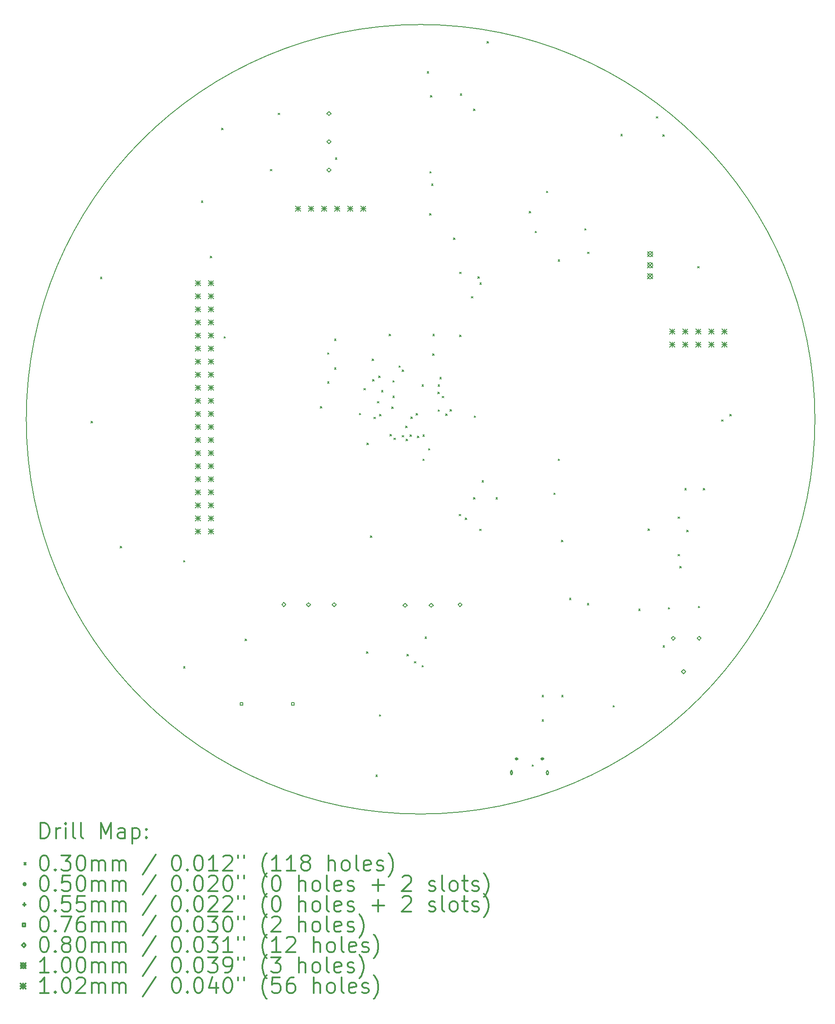
<source format=gbr>
%FSLAX45Y45*%
G04 Gerber Fmt 4.5, Leading zero omitted, Abs format (unit mm)*
G04 Created by KiCad (PCBNEW (2016-12-18 revision 3ffa37c)-master) date Monday, December 19, 2016 'PMt' 05:37:41 PM*
%MOMM*%
%LPD*%
G01*
G04 APERTURE LIST*
%ADD10C,0.127000*%
%ADD11C,0.150000*%
%ADD12C,0.200000*%
%ADD13C,0.300000*%
G04 APERTURE END LIST*
D10*
D11*
X17254734Y-10344000D02*
G75*
G03X17254734Y-10344000I-7672734J0D01*
G01*
D12*
X3168120Y-10384430D02*
X3198620Y-10414930D01*
X3198620Y-10384430D02*
X3168120Y-10414930D01*
X3351100Y-7578800D02*
X3381600Y-7609300D01*
X3381600Y-7578800D02*
X3351100Y-7609300D01*
X3738730Y-12813730D02*
X3769230Y-12844230D01*
X3769230Y-12813730D02*
X3738730Y-12844230D01*
X4968580Y-13086570D02*
X4999080Y-13117070D01*
X4999080Y-13086570D02*
X4968580Y-13117070D01*
X4968580Y-15150760D02*
X4999080Y-15181260D01*
X4999080Y-15150760D02*
X4968580Y-15181260D01*
X5316350Y-6096740D02*
X5346850Y-6127240D01*
X5346850Y-6096740D02*
X5316350Y-6127240D01*
X5488750Y-7176720D02*
X5519250Y-7207220D01*
X5519250Y-7176720D02*
X5488750Y-7207220D01*
X5709870Y-4686700D02*
X5740370Y-4717200D01*
X5740370Y-4686700D02*
X5709870Y-4717200D01*
X5756930Y-8738060D02*
X5787430Y-8768560D01*
X5787430Y-8738060D02*
X5756930Y-8768560D01*
X6164760Y-14615980D02*
X6195260Y-14646480D01*
X6195260Y-14615980D02*
X6164760Y-14646480D01*
X6655210Y-5484750D02*
X6685710Y-5515250D01*
X6685710Y-5484750D02*
X6655210Y-5515250D01*
X6808900Y-4391750D02*
X6839400Y-4422250D01*
X6839400Y-4391750D02*
X6808900Y-4422250D01*
X7631810Y-10095680D02*
X7662310Y-10126180D01*
X7662310Y-10095680D02*
X7631810Y-10126180D01*
X7770340Y-9048380D02*
X7800840Y-9078880D01*
X7800840Y-9048380D02*
X7770340Y-9078880D01*
X7770340Y-9614340D02*
X7800840Y-9644840D01*
X7800840Y-9614340D02*
X7770340Y-9644840D01*
X7908060Y-8780790D02*
X7938560Y-8811290D01*
X7938560Y-8780790D02*
X7908060Y-8811290D01*
X7908060Y-9340060D02*
X7938560Y-9370560D01*
X7938560Y-9340060D02*
X7908060Y-9370560D01*
X7922310Y-5263240D02*
X7952810Y-5293740D01*
X7952810Y-5263240D02*
X7922310Y-5293740D01*
X8388800Y-10227980D02*
X8419300Y-10258480D01*
X8419300Y-10227980D02*
X8388800Y-10258480D01*
X8476370Y-9744860D02*
X8506870Y-9775360D01*
X8506870Y-9744860D02*
X8476370Y-9775360D01*
X8527530Y-14863350D02*
X8558030Y-14893850D01*
X8558030Y-14863350D02*
X8527530Y-14893850D01*
X8536910Y-10805430D02*
X8567410Y-10835930D01*
X8567410Y-10805430D02*
X8536910Y-10835930D01*
X8605290Y-12607380D02*
X8635790Y-12637880D01*
X8635790Y-12607380D02*
X8605290Y-12637880D01*
X8637270Y-9174720D02*
X8667770Y-9205220D01*
X8667770Y-9174720D02*
X8637270Y-9205220D01*
X8648090Y-9570020D02*
X8678590Y-9600520D01*
X8678590Y-9570020D02*
X8648090Y-9600520D01*
X8670210Y-10302010D02*
X8700710Y-10332510D01*
X8700710Y-10302010D02*
X8670210Y-10332510D01*
X8710980Y-17259750D02*
X8741480Y-17290250D01*
X8741480Y-17259750D02*
X8710980Y-17290250D01*
X8741890Y-9997150D02*
X8772390Y-10027650D01*
X8772390Y-9997150D02*
X8741890Y-10027650D01*
X8764410Y-9500460D02*
X8794910Y-9530960D01*
X8794910Y-9500460D02*
X8764410Y-9530960D01*
X8778850Y-16084750D02*
X8809350Y-16115250D01*
X8809350Y-16084750D02*
X8778850Y-16115250D01*
X8785320Y-10247130D02*
X8815820Y-10277630D01*
X8815820Y-10247130D02*
X8785320Y-10277630D01*
X8821160Y-9783190D02*
X8851660Y-9813690D01*
X8851660Y-9783190D02*
X8821160Y-9813690D01*
X8969070Y-8688030D02*
X8999570Y-8718530D01*
X8999570Y-8688030D02*
X8969070Y-8718530D01*
X8987150Y-10639620D02*
X9017650Y-10670120D01*
X9017650Y-10639620D02*
X8987150Y-10670120D01*
X9020570Y-10102470D02*
X9051070Y-10132970D01*
X9051070Y-10102470D02*
X9020570Y-10132970D01*
X9041610Y-9591830D02*
X9072110Y-9622330D01*
X9072110Y-9591830D02*
X9041610Y-9622330D01*
X9041610Y-9892780D02*
X9072110Y-9923280D01*
X9072110Y-9892780D02*
X9041610Y-9923280D01*
X9061150Y-10708170D02*
X9091650Y-10738670D01*
X9091650Y-10708170D02*
X9061150Y-10738670D01*
X9161140Y-9303080D02*
X9191640Y-9333580D01*
X9191640Y-9303080D02*
X9161140Y-9333580D01*
X9225000Y-9382140D02*
X9255500Y-9412640D01*
X9255500Y-9382140D02*
X9225000Y-9412640D01*
X9225020Y-10658380D02*
X9255520Y-10688880D01*
X9255520Y-10658380D02*
X9225020Y-10688880D01*
X9288910Y-10474730D02*
X9319410Y-10505230D01*
X9319410Y-10474730D02*
X9288910Y-10505230D01*
X9300440Y-10728600D02*
X9330940Y-10759100D01*
X9330940Y-10728600D02*
X9300440Y-10759100D01*
X9317700Y-14914880D02*
X9348200Y-14945380D01*
X9348200Y-14914880D02*
X9317700Y-14945380D01*
X9372970Y-10645760D02*
X9403470Y-10676260D01*
X9403470Y-10645760D02*
X9372970Y-10676260D01*
X9394300Y-10296880D02*
X9424800Y-10327380D01*
X9424800Y-10296880D02*
X9394300Y-10327380D01*
X9462240Y-15052120D02*
X9492740Y-15082620D01*
X9492740Y-15052120D02*
X9462240Y-15082620D01*
X9492240Y-10228400D02*
X9522740Y-10258900D01*
X9522740Y-10228400D02*
X9492240Y-10258900D01*
X9518050Y-10673350D02*
X9548550Y-10703850D01*
X9548550Y-10673350D02*
X9518050Y-10703850D01*
X9609570Y-15130250D02*
X9640070Y-15160750D01*
X9640070Y-15130250D02*
X9609570Y-15160750D01*
X9609810Y-9672400D02*
X9640310Y-9702900D01*
X9640310Y-9672400D02*
X9609810Y-9702900D01*
X9625310Y-10645760D02*
X9655810Y-10676260D01*
X9655810Y-10645760D02*
X9625310Y-10676260D01*
X9625310Y-11116620D02*
X9655810Y-11147120D01*
X9655810Y-11116620D02*
X9625310Y-11147120D01*
X9666070Y-14575860D02*
X9696570Y-14606360D01*
X9696570Y-14575860D02*
X9666070Y-14606360D01*
X9711280Y-3582140D02*
X9741780Y-3612640D01*
X9741780Y-3582140D02*
X9711280Y-3612640D01*
X9736240Y-10912500D02*
X9766740Y-10943000D01*
X9766740Y-10912500D02*
X9736240Y-10943000D01*
X9754050Y-6343770D02*
X9784550Y-6374270D01*
X9784550Y-6343770D02*
X9754050Y-6374270D01*
X9760800Y-5527210D02*
X9791300Y-5557710D01*
X9791300Y-5527210D02*
X9760800Y-5557710D01*
X9772310Y-4048750D02*
X9802810Y-4079250D01*
X9802810Y-4048750D02*
X9772310Y-4079250D01*
X9795250Y-5766330D02*
X9825750Y-5796830D01*
X9825750Y-5766330D02*
X9795250Y-5796830D01*
X9813640Y-9069290D02*
X9844140Y-9099790D01*
X9844140Y-9069290D02*
X9813640Y-9099790D01*
X9820870Y-8688030D02*
X9851370Y-8718530D01*
X9851370Y-8688030D02*
X9820870Y-8718530D01*
X9919100Y-9814150D02*
X9949600Y-9844650D01*
X9949600Y-9814150D02*
X9919100Y-9844650D01*
X9921520Y-9671050D02*
X9952020Y-9701550D01*
X9952020Y-9671050D02*
X9921520Y-9701550D01*
X9922140Y-10160030D02*
X9952640Y-10190530D01*
X9952640Y-10160030D02*
X9922140Y-10190530D01*
X9955510Y-9528550D02*
X9986010Y-9559050D01*
X9986010Y-9528550D02*
X9955510Y-9559050D01*
X10000390Y-9895630D02*
X10030890Y-9926130D01*
X10030890Y-9895630D02*
X10000390Y-9926130D01*
X10070870Y-10240030D02*
X10101370Y-10270530D01*
X10101370Y-10240030D02*
X10070870Y-10270530D01*
X10151980Y-10154860D02*
X10182480Y-10185360D01*
X10182480Y-10154860D02*
X10151980Y-10185360D01*
X10221280Y-6817370D02*
X10251780Y-6847870D01*
X10251780Y-6817370D02*
X10221280Y-6847870D01*
X10332490Y-12192110D02*
X10362990Y-12222610D01*
X10362990Y-12192110D02*
X10332490Y-12222610D01*
X10342500Y-7484750D02*
X10373000Y-7515250D01*
X10373000Y-7484750D02*
X10342500Y-7515250D01*
X10342500Y-8704380D02*
X10373000Y-8734880D01*
X10373000Y-8704380D02*
X10342500Y-8734880D01*
X10354810Y-4017280D02*
X10385310Y-4047780D01*
X10385310Y-4017280D02*
X10354810Y-4047780D01*
X10449530Y-12261920D02*
X10480030Y-12292420D01*
X10480030Y-12261920D02*
X10449530Y-12292420D01*
X10567180Y-7958880D02*
X10597680Y-7989380D01*
X10597680Y-7958880D02*
X10567180Y-7989380D01*
X10612210Y-4314220D02*
X10642710Y-4344720D01*
X10642710Y-4314220D02*
X10612210Y-4344720D01*
X10612210Y-11863310D02*
X10642710Y-11893810D01*
X10642710Y-11863310D02*
X10612210Y-11893810D01*
X10623790Y-10277210D02*
X10654290Y-10307710D01*
X10654290Y-10277210D02*
X10623790Y-10307710D01*
X10696430Y-7570710D02*
X10726930Y-7601210D01*
X10726930Y-7570710D02*
X10696430Y-7601210D01*
X10732260Y-12478790D02*
X10762760Y-12509290D01*
X10762760Y-12478790D02*
X10732260Y-12509290D01*
X10732700Y-7689210D02*
X10763200Y-7719710D01*
X10763200Y-7689210D02*
X10732700Y-7719710D01*
X10778140Y-11535600D02*
X10808640Y-11566100D01*
X10808640Y-11535600D02*
X10778140Y-11566100D01*
X10876440Y-2998250D02*
X10906940Y-3028750D01*
X10906940Y-2998250D02*
X10876440Y-3028750D01*
X11048630Y-11863310D02*
X11079130Y-11893810D01*
X11079130Y-11863310D02*
X11048630Y-11893810D01*
X11695130Y-6303250D02*
X11725630Y-6333750D01*
X11725630Y-6303250D02*
X11695130Y-6333750D01*
X11751720Y-17058980D02*
X11782220Y-17089480D01*
X11782220Y-17058980D02*
X11751720Y-17089480D01*
X11809080Y-6687680D02*
X11839580Y-6718180D01*
X11839580Y-6687680D02*
X11809080Y-6718180D01*
X11945640Y-15707750D02*
X11976140Y-15738250D01*
X11976140Y-15707750D02*
X11945640Y-15738250D01*
X11945640Y-16184750D02*
X11976140Y-16215250D01*
X11976140Y-16184750D02*
X11945640Y-16215250D01*
X12030010Y-5907250D02*
X12060510Y-5937750D01*
X12060510Y-5907250D02*
X12030010Y-5937750D01*
X12172250Y-11775100D02*
X12202750Y-11805600D01*
X12202750Y-11775100D02*
X12172250Y-11805600D01*
X12258890Y-7242590D02*
X12289390Y-7273090D01*
X12289390Y-7242590D02*
X12258890Y-7273090D01*
X12258890Y-11116620D02*
X12289390Y-11147120D01*
X12289390Y-11116620D02*
X12258890Y-11147120D01*
X12322060Y-12696020D02*
X12352560Y-12726520D01*
X12352560Y-12696020D02*
X12322060Y-12726520D01*
X12324760Y-15707750D02*
X12355260Y-15738250D01*
X12355260Y-15707750D02*
X12324760Y-15738250D01*
X12478280Y-13822220D02*
X12508780Y-13852720D01*
X12508780Y-13822220D02*
X12478280Y-13852720D01*
X12775690Y-6635340D02*
X12806190Y-6665840D01*
X12806190Y-6635340D02*
X12775690Y-6665840D01*
X12825240Y-13922750D02*
X12855740Y-13953250D01*
X12855740Y-13922750D02*
X12825240Y-13953250D01*
X12829870Y-7094740D02*
X12860370Y-7125240D01*
X12860370Y-7094740D02*
X12829870Y-7125240D01*
X13324570Y-15908210D02*
X13355070Y-15938710D01*
X13355070Y-15908210D02*
X13324570Y-15938710D01*
X13478720Y-4803330D02*
X13509220Y-4833830D01*
X13509220Y-4803330D02*
X13478720Y-4833830D01*
X13823230Y-14030470D02*
X13853730Y-14060970D01*
X13853730Y-14030470D02*
X13823230Y-14060970D01*
X14005920Y-12472610D02*
X14036420Y-12503110D01*
X14036420Y-12472610D02*
X14005920Y-12503110D01*
X14165090Y-4459750D02*
X14195590Y-4490250D01*
X14195590Y-4459750D02*
X14165090Y-4490250D01*
X14294710Y-4812780D02*
X14325210Y-4843280D01*
X14325210Y-4812780D02*
X14294710Y-4843280D01*
X14299970Y-14745520D02*
X14330470Y-14776020D01*
X14330470Y-14745520D02*
X14299970Y-14776020D01*
X14402090Y-14003400D02*
X14432590Y-14033900D01*
X14432590Y-14003400D02*
X14402090Y-14033900D01*
X14589480Y-12969680D02*
X14619980Y-13000180D01*
X14619980Y-12969680D02*
X14589480Y-13000180D01*
X14589750Y-12240220D02*
X14620250Y-12270720D01*
X14620250Y-12240220D02*
X14589750Y-12270720D01*
X14624540Y-13204750D02*
X14655040Y-13235250D01*
X14655040Y-13204750D02*
X14624540Y-13235250D01*
X14722570Y-11684750D02*
X14753070Y-11715250D01*
X14753070Y-11684750D02*
X14722570Y-11715250D01*
X14757710Y-12497750D02*
X14788210Y-12528250D01*
X14788210Y-12497750D02*
X14757710Y-12528250D01*
X14970750Y-7371750D02*
X15001250Y-7402250D01*
X15001250Y-7371750D02*
X14970750Y-7402250D01*
X14984750Y-13978580D02*
X15015250Y-14009080D01*
X15015250Y-13978580D02*
X14984750Y-14009080D01*
X15082690Y-11684750D02*
X15113190Y-11715250D01*
X15113190Y-11684750D02*
X15082690Y-11715250D01*
X15436740Y-10352330D02*
X15467240Y-10382830D01*
X15467240Y-10352330D02*
X15436740Y-10382830D01*
X15597650Y-10246750D02*
X15628150Y-10277250D01*
X15628150Y-10246750D02*
X15597650Y-10277250D01*
X11374910Y-17213746D02*
G75*
G03X11374910Y-17213746I-25000J0D01*
G01*
X11364910Y-17246246D02*
X11364910Y-17181246D01*
X11334910Y-17246246D02*
X11334910Y-17181246D01*
X11364910Y-17181246D02*
G75*
G03X11334910Y-17181246I-15000J0D01*
G01*
X11334910Y-17246246D02*
G75*
G03X11364910Y-17246246I15000J0D01*
G01*
X12074910Y-17213746D02*
G75*
G03X12074910Y-17213746I-25000J0D01*
G01*
X12064910Y-17246246D02*
X12064910Y-17181246D01*
X12034910Y-17246246D02*
X12034910Y-17181246D01*
X12064910Y-17181246D02*
G75*
G03X12034910Y-17181246I-15000J0D01*
G01*
X12034910Y-17246246D02*
G75*
G03X12064910Y-17246246I15000J0D01*
G01*
X11449910Y-16916246D02*
X11449910Y-16971246D01*
X11422410Y-16943746D02*
X11477410Y-16943746D01*
X11434910Y-16961246D02*
X11464910Y-16961246D01*
X11434910Y-16926246D02*
X11464910Y-16926246D01*
X11464910Y-16961246D02*
G75*
G03X11464910Y-16926246I0J17500D01*
G01*
X11434910Y-16926246D02*
G75*
G03X11434910Y-16961246I0J-17500D01*
G01*
X11949910Y-16916246D02*
X11949910Y-16971246D01*
X11922410Y-16943746D02*
X11977410Y-16943746D01*
X11934910Y-16961246D02*
X11964910Y-16961246D01*
X11934910Y-16926246D02*
X11964910Y-16926246D01*
X11964910Y-16961246D02*
G75*
G03X11964910Y-16926246I0J17500D01*
G01*
X11934910Y-16926246D02*
G75*
G03X11934910Y-16961246I0J-17500D01*
G01*
X6122941Y-15901941D02*
X6122941Y-15848059D01*
X6069059Y-15848059D01*
X6069059Y-15901941D01*
X6122941Y-15901941D01*
X7122941Y-15901941D02*
X7122941Y-15848059D01*
X7069059Y-15848059D01*
X7069059Y-15901941D01*
X7122941Y-15901941D01*
X6921000Y-13987000D02*
X6961000Y-13947000D01*
X6921000Y-13907000D01*
X6881000Y-13947000D01*
X6921000Y-13987000D01*
X7400000Y-13990000D02*
X7440000Y-13950000D01*
X7400000Y-13910000D01*
X7360000Y-13950000D01*
X7400000Y-13990000D01*
X7800000Y-4440000D02*
X7840000Y-4400000D01*
X7800000Y-4360000D01*
X7760000Y-4400000D01*
X7800000Y-4440000D01*
X7800000Y-4990000D02*
X7840000Y-4950000D01*
X7800000Y-4910000D01*
X7760000Y-4950000D01*
X7800000Y-4990000D01*
X7800000Y-5540000D02*
X7840000Y-5500000D01*
X7800000Y-5460000D01*
X7760000Y-5500000D01*
X7800000Y-5540000D01*
X7900000Y-13990000D02*
X7940000Y-13950000D01*
X7900000Y-13910000D01*
X7860000Y-13950000D01*
X7900000Y-13990000D01*
X9279000Y-13999000D02*
X9319000Y-13959000D01*
X9279000Y-13919000D01*
X9239000Y-13959000D01*
X9279000Y-13999000D01*
X9787000Y-13999000D02*
X9827000Y-13959000D01*
X9787000Y-13919000D01*
X9747000Y-13959000D01*
X9787000Y-13999000D01*
X10350000Y-13990000D02*
X10390000Y-13950000D01*
X10350000Y-13910000D01*
X10310000Y-13950000D01*
X10350000Y-13990000D01*
X14500000Y-14640000D02*
X14540000Y-14600000D01*
X14500000Y-14560000D01*
X14460000Y-14600000D01*
X14500000Y-14640000D01*
X14700000Y-15290000D02*
X14740000Y-15250000D01*
X14700000Y-15210000D01*
X14660000Y-15250000D01*
X14700000Y-15290000D01*
X15000000Y-14640000D02*
X15040000Y-14600000D01*
X15000000Y-14560000D01*
X14960000Y-14600000D01*
X15000000Y-14640000D01*
X14000000Y-7085000D02*
X14100000Y-7185000D01*
X14100000Y-7085000D02*
X14000000Y-7185000D01*
X14100000Y-7135000D02*
G75*
G03X14100000Y-7135000I-50000J0D01*
G01*
X14000000Y-7300000D02*
X14100000Y-7400000D01*
X14100000Y-7300000D02*
X14000000Y-7400000D01*
X14100000Y-7350000D02*
G75*
G03X14100000Y-7350000I-50000J0D01*
G01*
X14000000Y-7515000D02*
X14100000Y-7615000D01*
X14100000Y-7515000D02*
X14000000Y-7615000D01*
X14100000Y-7565000D02*
G75*
G03X14100000Y-7565000I-50000J0D01*
G01*
X5199200Y-7643200D02*
X5300800Y-7744800D01*
X5300800Y-7643200D02*
X5199200Y-7744800D01*
X5250000Y-7643200D02*
X5250000Y-7744800D01*
X5199200Y-7694000D02*
X5300800Y-7694000D01*
X5199200Y-7897200D02*
X5300800Y-7998800D01*
X5300800Y-7897200D02*
X5199200Y-7998800D01*
X5250000Y-7897200D02*
X5250000Y-7998800D01*
X5199200Y-7948000D02*
X5300800Y-7948000D01*
X5199200Y-8151200D02*
X5300800Y-8252800D01*
X5300800Y-8151200D02*
X5199200Y-8252800D01*
X5250000Y-8151200D02*
X5250000Y-8252800D01*
X5199200Y-8202000D02*
X5300800Y-8202000D01*
X5199200Y-8405200D02*
X5300800Y-8506800D01*
X5300800Y-8405200D02*
X5199200Y-8506800D01*
X5250000Y-8405200D02*
X5250000Y-8506800D01*
X5199200Y-8456000D02*
X5300800Y-8456000D01*
X5199200Y-8659200D02*
X5300800Y-8760800D01*
X5300800Y-8659200D02*
X5199200Y-8760800D01*
X5250000Y-8659200D02*
X5250000Y-8760800D01*
X5199200Y-8710000D02*
X5300800Y-8710000D01*
X5199200Y-8913200D02*
X5300800Y-9014800D01*
X5300800Y-8913200D02*
X5199200Y-9014800D01*
X5250000Y-8913200D02*
X5250000Y-9014800D01*
X5199200Y-8964000D02*
X5300800Y-8964000D01*
X5199200Y-9167200D02*
X5300800Y-9268800D01*
X5300800Y-9167200D02*
X5199200Y-9268800D01*
X5250000Y-9167200D02*
X5250000Y-9268800D01*
X5199200Y-9218000D02*
X5300800Y-9218000D01*
X5199200Y-9421200D02*
X5300800Y-9522800D01*
X5300800Y-9421200D02*
X5199200Y-9522800D01*
X5250000Y-9421200D02*
X5250000Y-9522800D01*
X5199200Y-9472000D02*
X5300800Y-9472000D01*
X5199200Y-9675200D02*
X5300800Y-9776800D01*
X5300800Y-9675200D02*
X5199200Y-9776800D01*
X5250000Y-9675200D02*
X5250000Y-9776800D01*
X5199200Y-9726000D02*
X5300800Y-9726000D01*
X5199200Y-9929200D02*
X5300800Y-10030800D01*
X5300800Y-9929200D02*
X5199200Y-10030800D01*
X5250000Y-9929200D02*
X5250000Y-10030800D01*
X5199200Y-9980000D02*
X5300800Y-9980000D01*
X5199200Y-10183200D02*
X5300800Y-10284800D01*
X5300800Y-10183200D02*
X5199200Y-10284800D01*
X5250000Y-10183200D02*
X5250000Y-10284800D01*
X5199200Y-10234000D02*
X5300800Y-10234000D01*
X5199200Y-10437200D02*
X5300800Y-10538800D01*
X5300800Y-10437200D02*
X5199200Y-10538800D01*
X5250000Y-10437200D02*
X5250000Y-10538800D01*
X5199200Y-10488000D02*
X5300800Y-10488000D01*
X5199200Y-10691200D02*
X5300800Y-10792800D01*
X5300800Y-10691200D02*
X5199200Y-10792800D01*
X5250000Y-10691200D02*
X5250000Y-10792800D01*
X5199200Y-10742000D02*
X5300800Y-10742000D01*
X5199200Y-10945200D02*
X5300800Y-11046800D01*
X5300800Y-10945200D02*
X5199200Y-11046800D01*
X5250000Y-10945200D02*
X5250000Y-11046800D01*
X5199200Y-10996000D02*
X5300800Y-10996000D01*
X5199200Y-11199200D02*
X5300800Y-11300800D01*
X5300800Y-11199200D02*
X5199200Y-11300800D01*
X5250000Y-11199200D02*
X5250000Y-11300800D01*
X5199200Y-11250000D02*
X5300800Y-11250000D01*
X5199200Y-11453200D02*
X5300800Y-11554800D01*
X5300800Y-11453200D02*
X5199200Y-11554800D01*
X5250000Y-11453200D02*
X5250000Y-11554800D01*
X5199200Y-11504000D02*
X5300800Y-11504000D01*
X5199200Y-11707200D02*
X5300800Y-11808800D01*
X5300800Y-11707200D02*
X5199200Y-11808800D01*
X5250000Y-11707200D02*
X5250000Y-11808800D01*
X5199200Y-11758000D02*
X5300800Y-11758000D01*
X5199200Y-11961200D02*
X5300800Y-12062800D01*
X5300800Y-11961200D02*
X5199200Y-12062800D01*
X5250000Y-11961200D02*
X5250000Y-12062800D01*
X5199200Y-12012000D02*
X5300800Y-12012000D01*
X5199200Y-12215200D02*
X5300800Y-12316800D01*
X5300800Y-12215200D02*
X5199200Y-12316800D01*
X5250000Y-12215200D02*
X5250000Y-12316800D01*
X5199200Y-12266000D02*
X5300800Y-12266000D01*
X5199200Y-12469200D02*
X5300800Y-12570800D01*
X5300800Y-12469200D02*
X5199200Y-12570800D01*
X5250000Y-12469200D02*
X5250000Y-12570800D01*
X5199200Y-12520000D02*
X5300800Y-12520000D01*
X5453200Y-7643200D02*
X5554800Y-7744800D01*
X5554800Y-7643200D02*
X5453200Y-7744800D01*
X5504000Y-7643200D02*
X5504000Y-7744800D01*
X5453200Y-7694000D02*
X5554800Y-7694000D01*
X5453200Y-7897200D02*
X5554800Y-7998800D01*
X5554800Y-7897200D02*
X5453200Y-7998800D01*
X5504000Y-7897200D02*
X5504000Y-7998800D01*
X5453200Y-7948000D02*
X5554800Y-7948000D01*
X5453200Y-8151200D02*
X5554800Y-8252800D01*
X5554800Y-8151200D02*
X5453200Y-8252800D01*
X5504000Y-8151200D02*
X5504000Y-8252800D01*
X5453200Y-8202000D02*
X5554800Y-8202000D01*
X5453200Y-8405200D02*
X5554800Y-8506800D01*
X5554800Y-8405200D02*
X5453200Y-8506800D01*
X5504000Y-8405200D02*
X5504000Y-8506800D01*
X5453200Y-8456000D02*
X5554800Y-8456000D01*
X5453200Y-8659200D02*
X5554800Y-8760800D01*
X5554800Y-8659200D02*
X5453200Y-8760800D01*
X5504000Y-8659200D02*
X5504000Y-8760800D01*
X5453200Y-8710000D02*
X5554800Y-8710000D01*
X5453200Y-8913200D02*
X5554800Y-9014800D01*
X5554800Y-8913200D02*
X5453200Y-9014800D01*
X5504000Y-8913200D02*
X5504000Y-9014800D01*
X5453200Y-8964000D02*
X5554800Y-8964000D01*
X5453200Y-9167200D02*
X5554800Y-9268800D01*
X5554800Y-9167200D02*
X5453200Y-9268800D01*
X5504000Y-9167200D02*
X5504000Y-9268800D01*
X5453200Y-9218000D02*
X5554800Y-9218000D01*
X5453200Y-9421200D02*
X5554800Y-9522800D01*
X5554800Y-9421200D02*
X5453200Y-9522800D01*
X5504000Y-9421200D02*
X5504000Y-9522800D01*
X5453200Y-9472000D02*
X5554800Y-9472000D01*
X5453200Y-9675200D02*
X5554800Y-9776800D01*
X5554800Y-9675200D02*
X5453200Y-9776800D01*
X5504000Y-9675200D02*
X5504000Y-9776800D01*
X5453200Y-9726000D02*
X5554800Y-9726000D01*
X5453200Y-9929200D02*
X5554800Y-10030800D01*
X5554800Y-9929200D02*
X5453200Y-10030800D01*
X5504000Y-9929200D02*
X5504000Y-10030800D01*
X5453200Y-9980000D02*
X5554800Y-9980000D01*
X5453200Y-10183200D02*
X5554800Y-10284800D01*
X5554800Y-10183200D02*
X5453200Y-10284800D01*
X5504000Y-10183200D02*
X5504000Y-10284800D01*
X5453200Y-10234000D02*
X5554800Y-10234000D01*
X5453200Y-10437200D02*
X5554800Y-10538800D01*
X5554800Y-10437200D02*
X5453200Y-10538800D01*
X5504000Y-10437200D02*
X5504000Y-10538800D01*
X5453200Y-10488000D02*
X5554800Y-10488000D01*
X5453200Y-10691200D02*
X5554800Y-10792800D01*
X5554800Y-10691200D02*
X5453200Y-10792800D01*
X5504000Y-10691200D02*
X5504000Y-10792800D01*
X5453200Y-10742000D02*
X5554800Y-10742000D01*
X5453200Y-10945200D02*
X5554800Y-11046800D01*
X5554800Y-10945200D02*
X5453200Y-11046800D01*
X5504000Y-10945200D02*
X5504000Y-11046800D01*
X5453200Y-10996000D02*
X5554800Y-10996000D01*
X5453200Y-11199200D02*
X5554800Y-11300800D01*
X5554800Y-11199200D02*
X5453200Y-11300800D01*
X5504000Y-11199200D02*
X5504000Y-11300800D01*
X5453200Y-11250000D02*
X5554800Y-11250000D01*
X5453200Y-11453200D02*
X5554800Y-11554800D01*
X5554800Y-11453200D02*
X5453200Y-11554800D01*
X5504000Y-11453200D02*
X5504000Y-11554800D01*
X5453200Y-11504000D02*
X5554800Y-11504000D01*
X5453200Y-11707200D02*
X5554800Y-11808800D01*
X5554800Y-11707200D02*
X5453200Y-11808800D01*
X5504000Y-11707200D02*
X5504000Y-11808800D01*
X5453200Y-11758000D02*
X5554800Y-11758000D01*
X5453200Y-11961200D02*
X5554800Y-12062800D01*
X5554800Y-11961200D02*
X5453200Y-12062800D01*
X5504000Y-11961200D02*
X5504000Y-12062800D01*
X5453200Y-12012000D02*
X5554800Y-12012000D01*
X5453200Y-12215200D02*
X5554800Y-12316800D01*
X5554800Y-12215200D02*
X5453200Y-12316800D01*
X5504000Y-12215200D02*
X5504000Y-12316800D01*
X5453200Y-12266000D02*
X5554800Y-12266000D01*
X5453200Y-12469200D02*
X5554800Y-12570800D01*
X5554800Y-12469200D02*
X5453200Y-12570800D01*
X5504000Y-12469200D02*
X5504000Y-12570800D01*
X5453200Y-12520000D02*
X5554800Y-12520000D01*
X7149200Y-6199200D02*
X7250800Y-6300800D01*
X7250800Y-6199200D02*
X7149200Y-6300800D01*
X7200000Y-6199200D02*
X7200000Y-6300800D01*
X7149200Y-6250000D02*
X7250800Y-6250000D01*
X7403200Y-6199200D02*
X7504800Y-6300800D01*
X7504800Y-6199200D02*
X7403200Y-6300800D01*
X7454000Y-6199200D02*
X7454000Y-6300800D01*
X7403200Y-6250000D02*
X7504800Y-6250000D01*
X7657200Y-6199200D02*
X7758800Y-6300800D01*
X7758800Y-6199200D02*
X7657200Y-6300800D01*
X7708000Y-6199200D02*
X7708000Y-6300800D01*
X7657200Y-6250000D02*
X7758800Y-6250000D01*
X7911200Y-6199200D02*
X8012800Y-6300800D01*
X8012800Y-6199200D02*
X7911200Y-6300800D01*
X7962000Y-6199200D02*
X7962000Y-6300800D01*
X7911200Y-6250000D02*
X8012800Y-6250000D01*
X8165200Y-6199200D02*
X8266800Y-6300800D01*
X8266800Y-6199200D02*
X8165200Y-6300800D01*
X8216000Y-6199200D02*
X8216000Y-6300800D01*
X8165200Y-6250000D02*
X8266800Y-6250000D01*
X8419200Y-6199200D02*
X8520800Y-6300800D01*
X8520800Y-6199200D02*
X8419200Y-6300800D01*
X8470000Y-6199200D02*
X8470000Y-6300800D01*
X8419200Y-6250000D02*
X8520800Y-6250000D01*
X14427200Y-8585200D02*
X14528800Y-8686800D01*
X14528800Y-8585200D02*
X14427200Y-8686800D01*
X14478000Y-8585200D02*
X14478000Y-8686800D01*
X14427200Y-8636000D02*
X14528800Y-8636000D01*
X14427200Y-8839200D02*
X14528800Y-8940800D01*
X14528800Y-8839200D02*
X14427200Y-8940800D01*
X14478000Y-8839200D02*
X14478000Y-8940800D01*
X14427200Y-8890000D02*
X14528800Y-8890000D01*
X14681200Y-8585200D02*
X14782800Y-8686800D01*
X14782800Y-8585200D02*
X14681200Y-8686800D01*
X14732000Y-8585200D02*
X14732000Y-8686800D01*
X14681200Y-8636000D02*
X14782800Y-8636000D01*
X14681200Y-8839200D02*
X14782800Y-8940800D01*
X14782800Y-8839200D02*
X14681200Y-8940800D01*
X14732000Y-8839200D02*
X14732000Y-8940800D01*
X14681200Y-8890000D02*
X14782800Y-8890000D01*
X14935200Y-8585200D02*
X15036800Y-8686800D01*
X15036800Y-8585200D02*
X14935200Y-8686800D01*
X14986000Y-8585200D02*
X14986000Y-8686800D01*
X14935200Y-8636000D02*
X15036800Y-8636000D01*
X14935200Y-8839200D02*
X15036800Y-8940800D01*
X15036800Y-8839200D02*
X14935200Y-8940800D01*
X14986000Y-8839200D02*
X14986000Y-8940800D01*
X14935200Y-8890000D02*
X15036800Y-8890000D01*
X15189200Y-8585200D02*
X15290800Y-8686800D01*
X15290800Y-8585200D02*
X15189200Y-8686800D01*
X15240000Y-8585200D02*
X15240000Y-8686800D01*
X15189200Y-8636000D02*
X15290800Y-8636000D01*
X15189200Y-8839200D02*
X15290800Y-8940800D01*
X15290800Y-8839200D02*
X15189200Y-8940800D01*
X15240000Y-8839200D02*
X15240000Y-8940800D01*
X15189200Y-8890000D02*
X15290800Y-8890000D01*
X15443200Y-8585200D02*
X15544800Y-8686800D01*
X15544800Y-8585200D02*
X15443200Y-8686800D01*
X15494000Y-8585200D02*
X15494000Y-8686800D01*
X15443200Y-8636000D02*
X15544800Y-8636000D01*
X15443200Y-8839200D02*
X15544800Y-8940800D01*
X15544800Y-8839200D02*
X15443200Y-8940800D01*
X15494000Y-8839200D02*
X15494000Y-8940800D01*
X15443200Y-8890000D02*
X15544800Y-8890000D01*
D13*
X2188194Y-18489949D02*
X2188194Y-18189949D01*
X2259623Y-18189949D01*
X2302480Y-18204234D01*
X2331051Y-18232806D01*
X2345337Y-18261377D01*
X2359623Y-18318520D01*
X2359623Y-18361377D01*
X2345337Y-18418520D01*
X2331051Y-18447091D01*
X2302480Y-18475663D01*
X2259623Y-18489949D01*
X2188194Y-18489949D01*
X2488194Y-18489949D02*
X2488194Y-18289949D01*
X2488194Y-18347091D02*
X2502480Y-18318520D01*
X2516766Y-18304234D01*
X2545337Y-18289949D01*
X2573909Y-18289949D01*
X2673909Y-18489949D02*
X2673909Y-18289949D01*
X2673909Y-18189949D02*
X2659623Y-18204234D01*
X2673909Y-18218520D01*
X2688194Y-18204234D01*
X2673909Y-18189949D01*
X2673909Y-18218520D01*
X2859623Y-18489949D02*
X2831051Y-18475663D01*
X2816766Y-18447091D01*
X2816766Y-18189949D01*
X3016766Y-18489949D02*
X2988194Y-18475663D01*
X2973908Y-18447091D01*
X2973908Y-18189949D01*
X3359623Y-18489949D02*
X3359623Y-18189949D01*
X3459623Y-18404234D01*
X3559623Y-18189949D01*
X3559623Y-18489949D01*
X3831051Y-18489949D02*
X3831051Y-18332806D01*
X3816766Y-18304234D01*
X3788194Y-18289949D01*
X3731051Y-18289949D01*
X3702480Y-18304234D01*
X3831051Y-18475663D02*
X3802480Y-18489949D01*
X3731051Y-18489949D01*
X3702480Y-18475663D01*
X3688194Y-18447091D01*
X3688194Y-18418520D01*
X3702480Y-18389949D01*
X3731051Y-18375663D01*
X3802480Y-18375663D01*
X3831051Y-18361377D01*
X3973908Y-18289949D02*
X3973908Y-18589949D01*
X3973908Y-18304234D02*
X4002480Y-18289949D01*
X4059623Y-18289949D01*
X4088194Y-18304234D01*
X4102480Y-18318520D01*
X4116766Y-18347091D01*
X4116766Y-18432806D01*
X4102480Y-18461377D01*
X4088194Y-18475663D01*
X4059623Y-18489949D01*
X4002480Y-18489949D01*
X3973908Y-18475663D01*
X4245337Y-18461377D02*
X4259623Y-18475663D01*
X4245337Y-18489949D01*
X4231051Y-18475663D01*
X4245337Y-18461377D01*
X4245337Y-18489949D01*
X4245337Y-18304234D02*
X4259623Y-18318520D01*
X4245337Y-18332806D01*
X4231051Y-18318520D01*
X4245337Y-18304234D01*
X4245337Y-18332806D01*
X1871266Y-18968984D02*
X1901766Y-18999484D01*
X1901766Y-18968984D02*
X1871266Y-18999484D01*
X2245337Y-18819949D02*
X2273909Y-18819949D01*
X2302480Y-18834234D01*
X2316766Y-18848520D01*
X2331051Y-18877091D01*
X2345337Y-18934234D01*
X2345337Y-19005663D01*
X2331051Y-19062806D01*
X2316766Y-19091377D01*
X2302480Y-19105663D01*
X2273909Y-19119949D01*
X2245337Y-19119949D01*
X2216766Y-19105663D01*
X2202480Y-19091377D01*
X2188194Y-19062806D01*
X2173909Y-19005663D01*
X2173909Y-18934234D01*
X2188194Y-18877091D01*
X2202480Y-18848520D01*
X2216766Y-18834234D01*
X2245337Y-18819949D01*
X2473909Y-19091377D02*
X2488194Y-19105663D01*
X2473909Y-19119949D01*
X2459623Y-19105663D01*
X2473909Y-19091377D01*
X2473909Y-19119949D01*
X2588194Y-18819949D02*
X2773909Y-18819949D01*
X2673909Y-18934234D01*
X2716766Y-18934234D01*
X2745337Y-18948520D01*
X2759623Y-18962806D01*
X2773909Y-18991377D01*
X2773909Y-19062806D01*
X2759623Y-19091377D01*
X2745337Y-19105663D01*
X2716766Y-19119949D01*
X2631051Y-19119949D01*
X2602480Y-19105663D01*
X2588194Y-19091377D01*
X2959623Y-18819949D02*
X2988194Y-18819949D01*
X3016766Y-18834234D01*
X3031051Y-18848520D01*
X3045337Y-18877091D01*
X3059623Y-18934234D01*
X3059623Y-19005663D01*
X3045337Y-19062806D01*
X3031051Y-19091377D01*
X3016766Y-19105663D01*
X2988194Y-19119949D01*
X2959623Y-19119949D01*
X2931051Y-19105663D01*
X2916766Y-19091377D01*
X2902480Y-19062806D01*
X2888194Y-19005663D01*
X2888194Y-18934234D01*
X2902480Y-18877091D01*
X2916766Y-18848520D01*
X2931051Y-18834234D01*
X2959623Y-18819949D01*
X3188194Y-19119949D02*
X3188194Y-18919949D01*
X3188194Y-18948520D02*
X3202480Y-18934234D01*
X3231051Y-18919949D01*
X3273908Y-18919949D01*
X3302480Y-18934234D01*
X3316766Y-18962806D01*
X3316766Y-19119949D01*
X3316766Y-18962806D02*
X3331051Y-18934234D01*
X3359623Y-18919949D01*
X3402480Y-18919949D01*
X3431051Y-18934234D01*
X3445337Y-18962806D01*
X3445337Y-19119949D01*
X3588194Y-19119949D02*
X3588194Y-18919949D01*
X3588194Y-18948520D02*
X3602480Y-18934234D01*
X3631051Y-18919949D01*
X3673908Y-18919949D01*
X3702480Y-18934234D01*
X3716766Y-18962806D01*
X3716766Y-19119949D01*
X3716766Y-18962806D02*
X3731051Y-18934234D01*
X3759623Y-18919949D01*
X3802480Y-18919949D01*
X3831051Y-18934234D01*
X3845337Y-18962806D01*
X3845337Y-19119949D01*
X4431051Y-18805663D02*
X4173908Y-19191377D01*
X4816766Y-18819949D02*
X4845337Y-18819949D01*
X4873909Y-18834234D01*
X4888194Y-18848520D01*
X4902480Y-18877091D01*
X4916766Y-18934234D01*
X4916766Y-19005663D01*
X4902480Y-19062806D01*
X4888194Y-19091377D01*
X4873909Y-19105663D01*
X4845337Y-19119949D01*
X4816766Y-19119949D01*
X4788194Y-19105663D01*
X4773909Y-19091377D01*
X4759623Y-19062806D01*
X4745337Y-19005663D01*
X4745337Y-18934234D01*
X4759623Y-18877091D01*
X4773909Y-18848520D01*
X4788194Y-18834234D01*
X4816766Y-18819949D01*
X5045337Y-19091377D02*
X5059623Y-19105663D01*
X5045337Y-19119949D01*
X5031051Y-19105663D01*
X5045337Y-19091377D01*
X5045337Y-19119949D01*
X5245337Y-18819949D02*
X5273909Y-18819949D01*
X5302480Y-18834234D01*
X5316766Y-18848520D01*
X5331051Y-18877091D01*
X5345337Y-18934234D01*
X5345337Y-19005663D01*
X5331051Y-19062806D01*
X5316766Y-19091377D01*
X5302480Y-19105663D01*
X5273909Y-19119949D01*
X5245337Y-19119949D01*
X5216766Y-19105663D01*
X5202480Y-19091377D01*
X5188194Y-19062806D01*
X5173909Y-19005663D01*
X5173909Y-18934234D01*
X5188194Y-18877091D01*
X5202480Y-18848520D01*
X5216766Y-18834234D01*
X5245337Y-18819949D01*
X5631051Y-19119949D02*
X5459623Y-19119949D01*
X5545337Y-19119949D02*
X5545337Y-18819949D01*
X5516766Y-18862806D01*
X5488194Y-18891377D01*
X5459623Y-18905663D01*
X5745337Y-18848520D02*
X5759623Y-18834234D01*
X5788194Y-18819949D01*
X5859623Y-18819949D01*
X5888194Y-18834234D01*
X5902480Y-18848520D01*
X5916766Y-18877091D01*
X5916766Y-18905663D01*
X5902480Y-18948520D01*
X5731051Y-19119949D01*
X5916766Y-19119949D01*
X6031051Y-18819949D02*
X6031051Y-18877091D01*
X6145337Y-18819949D02*
X6145337Y-18877091D01*
X6588194Y-19234234D02*
X6573908Y-19219949D01*
X6545337Y-19177091D01*
X6531051Y-19148520D01*
X6516766Y-19105663D01*
X6502480Y-19034234D01*
X6502480Y-18977091D01*
X6516766Y-18905663D01*
X6531051Y-18862806D01*
X6545337Y-18834234D01*
X6573908Y-18791377D01*
X6588194Y-18777091D01*
X6859623Y-19119949D02*
X6688194Y-19119949D01*
X6773908Y-19119949D02*
X6773908Y-18819949D01*
X6745337Y-18862806D01*
X6716766Y-18891377D01*
X6688194Y-18905663D01*
X7145337Y-19119949D02*
X6973908Y-19119949D01*
X7059623Y-19119949D02*
X7059623Y-18819949D01*
X7031051Y-18862806D01*
X7002480Y-18891377D01*
X6973908Y-18905663D01*
X7316766Y-18948520D02*
X7288194Y-18934234D01*
X7273908Y-18919949D01*
X7259623Y-18891377D01*
X7259623Y-18877091D01*
X7273908Y-18848520D01*
X7288194Y-18834234D01*
X7316766Y-18819949D01*
X7373908Y-18819949D01*
X7402480Y-18834234D01*
X7416766Y-18848520D01*
X7431051Y-18877091D01*
X7431051Y-18891377D01*
X7416766Y-18919949D01*
X7402480Y-18934234D01*
X7373908Y-18948520D01*
X7316766Y-18948520D01*
X7288194Y-18962806D01*
X7273908Y-18977091D01*
X7259623Y-19005663D01*
X7259623Y-19062806D01*
X7273908Y-19091377D01*
X7288194Y-19105663D01*
X7316766Y-19119949D01*
X7373908Y-19119949D01*
X7402480Y-19105663D01*
X7416766Y-19091377D01*
X7431051Y-19062806D01*
X7431051Y-19005663D01*
X7416766Y-18977091D01*
X7402480Y-18962806D01*
X7373908Y-18948520D01*
X7788194Y-19119949D02*
X7788194Y-18819949D01*
X7916766Y-19119949D02*
X7916766Y-18962806D01*
X7902480Y-18934234D01*
X7873908Y-18919949D01*
X7831051Y-18919949D01*
X7802480Y-18934234D01*
X7788194Y-18948520D01*
X8102480Y-19119949D02*
X8073908Y-19105663D01*
X8059623Y-19091377D01*
X8045337Y-19062806D01*
X8045337Y-18977091D01*
X8059623Y-18948520D01*
X8073908Y-18934234D01*
X8102480Y-18919949D01*
X8145337Y-18919949D01*
X8173908Y-18934234D01*
X8188194Y-18948520D01*
X8202480Y-18977091D01*
X8202480Y-19062806D01*
X8188194Y-19091377D01*
X8173908Y-19105663D01*
X8145337Y-19119949D01*
X8102480Y-19119949D01*
X8373908Y-19119949D02*
X8345337Y-19105663D01*
X8331051Y-19077091D01*
X8331051Y-18819949D01*
X8602480Y-19105663D02*
X8573909Y-19119949D01*
X8516766Y-19119949D01*
X8488194Y-19105663D01*
X8473909Y-19077091D01*
X8473909Y-18962806D01*
X8488194Y-18934234D01*
X8516766Y-18919949D01*
X8573909Y-18919949D01*
X8602480Y-18934234D01*
X8616766Y-18962806D01*
X8616766Y-18991377D01*
X8473909Y-19019949D01*
X8731051Y-19105663D02*
X8759623Y-19119949D01*
X8816766Y-19119949D01*
X8845337Y-19105663D01*
X8859623Y-19077091D01*
X8859623Y-19062806D01*
X8845337Y-19034234D01*
X8816766Y-19019949D01*
X8773909Y-19019949D01*
X8745337Y-19005663D01*
X8731051Y-18977091D01*
X8731051Y-18962806D01*
X8745337Y-18934234D01*
X8773909Y-18919949D01*
X8816766Y-18919949D01*
X8845337Y-18934234D01*
X8959623Y-19234234D02*
X8973909Y-19219949D01*
X9002480Y-19177091D01*
X9016766Y-19148520D01*
X9031051Y-19105663D01*
X9045337Y-19034234D01*
X9045337Y-18977091D01*
X9031051Y-18905663D01*
X9016766Y-18862806D01*
X9002480Y-18834234D01*
X8973909Y-18791377D01*
X8959623Y-18777091D01*
X1901766Y-19380234D02*
G75*
G03X1901766Y-19380234I-25000J0D01*
G01*
X2245337Y-19215949D02*
X2273909Y-19215949D01*
X2302480Y-19230234D01*
X2316766Y-19244520D01*
X2331051Y-19273091D01*
X2345337Y-19330234D01*
X2345337Y-19401663D01*
X2331051Y-19458806D01*
X2316766Y-19487377D01*
X2302480Y-19501663D01*
X2273909Y-19515949D01*
X2245337Y-19515949D01*
X2216766Y-19501663D01*
X2202480Y-19487377D01*
X2188194Y-19458806D01*
X2173909Y-19401663D01*
X2173909Y-19330234D01*
X2188194Y-19273091D01*
X2202480Y-19244520D01*
X2216766Y-19230234D01*
X2245337Y-19215949D01*
X2473909Y-19487377D02*
X2488194Y-19501663D01*
X2473909Y-19515949D01*
X2459623Y-19501663D01*
X2473909Y-19487377D01*
X2473909Y-19515949D01*
X2759623Y-19215949D02*
X2616766Y-19215949D01*
X2602480Y-19358806D01*
X2616766Y-19344520D01*
X2645337Y-19330234D01*
X2716766Y-19330234D01*
X2745337Y-19344520D01*
X2759623Y-19358806D01*
X2773909Y-19387377D01*
X2773909Y-19458806D01*
X2759623Y-19487377D01*
X2745337Y-19501663D01*
X2716766Y-19515949D01*
X2645337Y-19515949D01*
X2616766Y-19501663D01*
X2602480Y-19487377D01*
X2959623Y-19215949D02*
X2988194Y-19215949D01*
X3016766Y-19230234D01*
X3031051Y-19244520D01*
X3045337Y-19273091D01*
X3059623Y-19330234D01*
X3059623Y-19401663D01*
X3045337Y-19458806D01*
X3031051Y-19487377D01*
X3016766Y-19501663D01*
X2988194Y-19515949D01*
X2959623Y-19515949D01*
X2931051Y-19501663D01*
X2916766Y-19487377D01*
X2902480Y-19458806D01*
X2888194Y-19401663D01*
X2888194Y-19330234D01*
X2902480Y-19273091D01*
X2916766Y-19244520D01*
X2931051Y-19230234D01*
X2959623Y-19215949D01*
X3188194Y-19515949D02*
X3188194Y-19315949D01*
X3188194Y-19344520D02*
X3202480Y-19330234D01*
X3231051Y-19315949D01*
X3273908Y-19315949D01*
X3302480Y-19330234D01*
X3316766Y-19358806D01*
X3316766Y-19515949D01*
X3316766Y-19358806D02*
X3331051Y-19330234D01*
X3359623Y-19315949D01*
X3402480Y-19315949D01*
X3431051Y-19330234D01*
X3445337Y-19358806D01*
X3445337Y-19515949D01*
X3588194Y-19515949D02*
X3588194Y-19315949D01*
X3588194Y-19344520D02*
X3602480Y-19330234D01*
X3631051Y-19315949D01*
X3673908Y-19315949D01*
X3702480Y-19330234D01*
X3716766Y-19358806D01*
X3716766Y-19515949D01*
X3716766Y-19358806D02*
X3731051Y-19330234D01*
X3759623Y-19315949D01*
X3802480Y-19315949D01*
X3831051Y-19330234D01*
X3845337Y-19358806D01*
X3845337Y-19515949D01*
X4431051Y-19201663D02*
X4173908Y-19587377D01*
X4816766Y-19215949D02*
X4845337Y-19215949D01*
X4873909Y-19230234D01*
X4888194Y-19244520D01*
X4902480Y-19273091D01*
X4916766Y-19330234D01*
X4916766Y-19401663D01*
X4902480Y-19458806D01*
X4888194Y-19487377D01*
X4873909Y-19501663D01*
X4845337Y-19515949D01*
X4816766Y-19515949D01*
X4788194Y-19501663D01*
X4773909Y-19487377D01*
X4759623Y-19458806D01*
X4745337Y-19401663D01*
X4745337Y-19330234D01*
X4759623Y-19273091D01*
X4773909Y-19244520D01*
X4788194Y-19230234D01*
X4816766Y-19215949D01*
X5045337Y-19487377D02*
X5059623Y-19501663D01*
X5045337Y-19515949D01*
X5031051Y-19501663D01*
X5045337Y-19487377D01*
X5045337Y-19515949D01*
X5245337Y-19215949D02*
X5273909Y-19215949D01*
X5302480Y-19230234D01*
X5316766Y-19244520D01*
X5331051Y-19273091D01*
X5345337Y-19330234D01*
X5345337Y-19401663D01*
X5331051Y-19458806D01*
X5316766Y-19487377D01*
X5302480Y-19501663D01*
X5273909Y-19515949D01*
X5245337Y-19515949D01*
X5216766Y-19501663D01*
X5202480Y-19487377D01*
X5188194Y-19458806D01*
X5173909Y-19401663D01*
X5173909Y-19330234D01*
X5188194Y-19273091D01*
X5202480Y-19244520D01*
X5216766Y-19230234D01*
X5245337Y-19215949D01*
X5459623Y-19244520D02*
X5473909Y-19230234D01*
X5502480Y-19215949D01*
X5573909Y-19215949D01*
X5602480Y-19230234D01*
X5616766Y-19244520D01*
X5631051Y-19273091D01*
X5631051Y-19301663D01*
X5616766Y-19344520D01*
X5445337Y-19515949D01*
X5631051Y-19515949D01*
X5816766Y-19215949D02*
X5845337Y-19215949D01*
X5873908Y-19230234D01*
X5888194Y-19244520D01*
X5902480Y-19273091D01*
X5916766Y-19330234D01*
X5916766Y-19401663D01*
X5902480Y-19458806D01*
X5888194Y-19487377D01*
X5873908Y-19501663D01*
X5845337Y-19515949D01*
X5816766Y-19515949D01*
X5788194Y-19501663D01*
X5773908Y-19487377D01*
X5759623Y-19458806D01*
X5745337Y-19401663D01*
X5745337Y-19330234D01*
X5759623Y-19273091D01*
X5773908Y-19244520D01*
X5788194Y-19230234D01*
X5816766Y-19215949D01*
X6031051Y-19215949D02*
X6031051Y-19273091D01*
X6145337Y-19215949D02*
X6145337Y-19273091D01*
X6588194Y-19630234D02*
X6573908Y-19615949D01*
X6545337Y-19573091D01*
X6531051Y-19544520D01*
X6516766Y-19501663D01*
X6502480Y-19430234D01*
X6502480Y-19373091D01*
X6516766Y-19301663D01*
X6531051Y-19258806D01*
X6545337Y-19230234D01*
X6573908Y-19187377D01*
X6588194Y-19173091D01*
X6759623Y-19215949D02*
X6788194Y-19215949D01*
X6816766Y-19230234D01*
X6831051Y-19244520D01*
X6845337Y-19273091D01*
X6859623Y-19330234D01*
X6859623Y-19401663D01*
X6845337Y-19458806D01*
X6831051Y-19487377D01*
X6816766Y-19501663D01*
X6788194Y-19515949D01*
X6759623Y-19515949D01*
X6731051Y-19501663D01*
X6716766Y-19487377D01*
X6702480Y-19458806D01*
X6688194Y-19401663D01*
X6688194Y-19330234D01*
X6702480Y-19273091D01*
X6716766Y-19244520D01*
X6731051Y-19230234D01*
X6759623Y-19215949D01*
X7216766Y-19515949D02*
X7216766Y-19215949D01*
X7345337Y-19515949D02*
X7345337Y-19358806D01*
X7331051Y-19330234D01*
X7302480Y-19315949D01*
X7259623Y-19315949D01*
X7231051Y-19330234D01*
X7216766Y-19344520D01*
X7531051Y-19515949D02*
X7502480Y-19501663D01*
X7488194Y-19487377D01*
X7473908Y-19458806D01*
X7473908Y-19373091D01*
X7488194Y-19344520D01*
X7502480Y-19330234D01*
X7531051Y-19315949D01*
X7573908Y-19315949D01*
X7602480Y-19330234D01*
X7616766Y-19344520D01*
X7631051Y-19373091D01*
X7631051Y-19458806D01*
X7616766Y-19487377D01*
X7602480Y-19501663D01*
X7573908Y-19515949D01*
X7531051Y-19515949D01*
X7802480Y-19515949D02*
X7773908Y-19501663D01*
X7759623Y-19473091D01*
X7759623Y-19215949D01*
X8031051Y-19501663D02*
X8002480Y-19515949D01*
X7945337Y-19515949D01*
X7916766Y-19501663D01*
X7902480Y-19473091D01*
X7902480Y-19358806D01*
X7916766Y-19330234D01*
X7945337Y-19315949D01*
X8002480Y-19315949D01*
X8031051Y-19330234D01*
X8045337Y-19358806D01*
X8045337Y-19387377D01*
X7902480Y-19415949D01*
X8159623Y-19501663D02*
X8188194Y-19515949D01*
X8245337Y-19515949D01*
X8273908Y-19501663D01*
X8288194Y-19473091D01*
X8288194Y-19458806D01*
X8273908Y-19430234D01*
X8245337Y-19415949D01*
X8202480Y-19415949D01*
X8173908Y-19401663D01*
X8159623Y-19373091D01*
X8159623Y-19358806D01*
X8173908Y-19330234D01*
X8202480Y-19315949D01*
X8245337Y-19315949D01*
X8273908Y-19330234D01*
X8645337Y-19401663D02*
X8873909Y-19401663D01*
X8759623Y-19515949D02*
X8759623Y-19287377D01*
X9231051Y-19244520D02*
X9245337Y-19230234D01*
X9273909Y-19215949D01*
X9345337Y-19215949D01*
X9373909Y-19230234D01*
X9388194Y-19244520D01*
X9402480Y-19273091D01*
X9402480Y-19301663D01*
X9388194Y-19344520D01*
X9216766Y-19515949D01*
X9402480Y-19515949D01*
X9745337Y-19501663D02*
X9773909Y-19515949D01*
X9831051Y-19515949D01*
X9859623Y-19501663D01*
X9873909Y-19473091D01*
X9873909Y-19458806D01*
X9859623Y-19430234D01*
X9831051Y-19415949D01*
X9788194Y-19415949D01*
X9759623Y-19401663D01*
X9745337Y-19373091D01*
X9745337Y-19358806D01*
X9759623Y-19330234D01*
X9788194Y-19315949D01*
X9831051Y-19315949D01*
X9859623Y-19330234D01*
X10045337Y-19515949D02*
X10016766Y-19501663D01*
X10002480Y-19473091D01*
X10002480Y-19215949D01*
X10202480Y-19515949D02*
X10173909Y-19501663D01*
X10159623Y-19487377D01*
X10145337Y-19458806D01*
X10145337Y-19373091D01*
X10159623Y-19344520D01*
X10173909Y-19330234D01*
X10202480Y-19315949D01*
X10245337Y-19315949D01*
X10273909Y-19330234D01*
X10288194Y-19344520D01*
X10302480Y-19373091D01*
X10302480Y-19458806D01*
X10288194Y-19487377D01*
X10273909Y-19501663D01*
X10245337Y-19515949D01*
X10202480Y-19515949D01*
X10388194Y-19315949D02*
X10502480Y-19315949D01*
X10431051Y-19215949D02*
X10431051Y-19473091D01*
X10445337Y-19501663D01*
X10473909Y-19515949D01*
X10502480Y-19515949D01*
X10588194Y-19501663D02*
X10616766Y-19515949D01*
X10673909Y-19515949D01*
X10702480Y-19501663D01*
X10716766Y-19473091D01*
X10716766Y-19458806D01*
X10702480Y-19430234D01*
X10673909Y-19415949D01*
X10631051Y-19415949D01*
X10602480Y-19401663D01*
X10588194Y-19373091D01*
X10588194Y-19358806D01*
X10602480Y-19330234D01*
X10631051Y-19315949D01*
X10673909Y-19315949D01*
X10702480Y-19330234D01*
X10816766Y-19630234D02*
X10831051Y-19615949D01*
X10859623Y-19573091D01*
X10873909Y-19544520D01*
X10888194Y-19501663D01*
X10902480Y-19430234D01*
X10902480Y-19373091D01*
X10888194Y-19301663D01*
X10873909Y-19258806D01*
X10859623Y-19230234D01*
X10831051Y-19187377D01*
X10816766Y-19173091D01*
X1874266Y-19748734D02*
X1874266Y-19803734D01*
X1846766Y-19776234D02*
X1901766Y-19776234D01*
X2245337Y-19611949D02*
X2273909Y-19611949D01*
X2302480Y-19626234D01*
X2316766Y-19640520D01*
X2331051Y-19669091D01*
X2345337Y-19726234D01*
X2345337Y-19797663D01*
X2331051Y-19854806D01*
X2316766Y-19883377D01*
X2302480Y-19897663D01*
X2273909Y-19911949D01*
X2245337Y-19911949D01*
X2216766Y-19897663D01*
X2202480Y-19883377D01*
X2188194Y-19854806D01*
X2173909Y-19797663D01*
X2173909Y-19726234D01*
X2188194Y-19669091D01*
X2202480Y-19640520D01*
X2216766Y-19626234D01*
X2245337Y-19611949D01*
X2473909Y-19883377D02*
X2488194Y-19897663D01*
X2473909Y-19911949D01*
X2459623Y-19897663D01*
X2473909Y-19883377D01*
X2473909Y-19911949D01*
X2759623Y-19611949D02*
X2616766Y-19611949D01*
X2602480Y-19754806D01*
X2616766Y-19740520D01*
X2645337Y-19726234D01*
X2716766Y-19726234D01*
X2745337Y-19740520D01*
X2759623Y-19754806D01*
X2773909Y-19783377D01*
X2773909Y-19854806D01*
X2759623Y-19883377D01*
X2745337Y-19897663D01*
X2716766Y-19911949D01*
X2645337Y-19911949D01*
X2616766Y-19897663D01*
X2602480Y-19883377D01*
X3045337Y-19611949D02*
X2902480Y-19611949D01*
X2888194Y-19754806D01*
X2902480Y-19740520D01*
X2931051Y-19726234D01*
X3002480Y-19726234D01*
X3031051Y-19740520D01*
X3045337Y-19754806D01*
X3059623Y-19783377D01*
X3059623Y-19854806D01*
X3045337Y-19883377D01*
X3031051Y-19897663D01*
X3002480Y-19911949D01*
X2931051Y-19911949D01*
X2902480Y-19897663D01*
X2888194Y-19883377D01*
X3188194Y-19911949D02*
X3188194Y-19711949D01*
X3188194Y-19740520D02*
X3202480Y-19726234D01*
X3231051Y-19711949D01*
X3273908Y-19711949D01*
X3302480Y-19726234D01*
X3316766Y-19754806D01*
X3316766Y-19911949D01*
X3316766Y-19754806D02*
X3331051Y-19726234D01*
X3359623Y-19711949D01*
X3402480Y-19711949D01*
X3431051Y-19726234D01*
X3445337Y-19754806D01*
X3445337Y-19911949D01*
X3588194Y-19911949D02*
X3588194Y-19711949D01*
X3588194Y-19740520D02*
X3602480Y-19726234D01*
X3631051Y-19711949D01*
X3673908Y-19711949D01*
X3702480Y-19726234D01*
X3716766Y-19754806D01*
X3716766Y-19911949D01*
X3716766Y-19754806D02*
X3731051Y-19726234D01*
X3759623Y-19711949D01*
X3802480Y-19711949D01*
X3831051Y-19726234D01*
X3845337Y-19754806D01*
X3845337Y-19911949D01*
X4431051Y-19597663D02*
X4173908Y-19983377D01*
X4816766Y-19611949D02*
X4845337Y-19611949D01*
X4873909Y-19626234D01*
X4888194Y-19640520D01*
X4902480Y-19669091D01*
X4916766Y-19726234D01*
X4916766Y-19797663D01*
X4902480Y-19854806D01*
X4888194Y-19883377D01*
X4873909Y-19897663D01*
X4845337Y-19911949D01*
X4816766Y-19911949D01*
X4788194Y-19897663D01*
X4773909Y-19883377D01*
X4759623Y-19854806D01*
X4745337Y-19797663D01*
X4745337Y-19726234D01*
X4759623Y-19669091D01*
X4773909Y-19640520D01*
X4788194Y-19626234D01*
X4816766Y-19611949D01*
X5045337Y-19883377D02*
X5059623Y-19897663D01*
X5045337Y-19911949D01*
X5031051Y-19897663D01*
X5045337Y-19883377D01*
X5045337Y-19911949D01*
X5245337Y-19611949D02*
X5273909Y-19611949D01*
X5302480Y-19626234D01*
X5316766Y-19640520D01*
X5331051Y-19669091D01*
X5345337Y-19726234D01*
X5345337Y-19797663D01*
X5331051Y-19854806D01*
X5316766Y-19883377D01*
X5302480Y-19897663D01*
X5273909Y-19911949D01*
X5245337Y-19911949D01*
X5216766Y-19897663D01*
X5202480Y-19883377D01*
X5188194Y-19854806D01*
X5173909Y-19797663D01*
X5173909Y-19726234D01*
X5188194Y-19669091D01*
X5202480Y-19640520D01*
X5216766Y-19626234D01*
X5245337Y-19611949D01*
X5459623Y-19640520D02*
X5473909Y-19626234D01*
X5502480Y-19611949D01*
X5573909Y-19611949D01*
X5602480Y-19626234D01*
X5616766Y-19640520D01*
X5631051Y-19669091D01*
X5631051Y-19697663D01*
X5616766Y-19740520D01*
X5445337Y-19911949D01*
X5631051Y-19911949D01*
X5745337Y-19640520D02*
X5759623Y-19626234D01*
X5788194Y-19611949D01*
X5859623Y-19611949D01*
X5888194Y-19626234D01*
X5902480Y-19640520D01*
X5916766Y-19669091D01*
X5916766Y-19697663D01*
X5902480Y-19740520D01*
X5731051Y-19911949D01*
X5916766Y-19911949D01*
X6031051Y-19611949D02*
X6031051Y-19669091D01*
X6145337Y-19611949D02*
X6145337Y-19669091D01*
X6588194Y-20026234D02*
X6573908Y-20011949D01*
X6545337Y-19969091D01*
X6531051Y-19940520D01*
X6516766Y-19897663D01*
X6502480Y-19826234D01*
X6502480Y-19769091D01*
X6516766Y-19697663D01*
X6531051Y-19654806D01*
X6545337Y-19626234D01*
X6573908Y-19583377D01*
X6588194Y-19569091D01*
X6759623Y-19611949D02*
X6788194Y-19611949D01*
X6816766Y-19626234D01*
X6831051Y-19640520D01*
X6845337Y-19669091D01*
X6859623Y-19726234D01*
X6859623Y-19797663D01*
X6845337Y-19854806D01*
X6831051Y-19883377D01*
X6816766Y-19897663D01*
X6788194Y-19911949D01*
X6759623Y-19911949D01*
X6731051Y-19897663D01*
X6716766Y-19883377D01*
X6702480Y-19854806D01*
X6688194Y-19797663D01*
X6688194Y-19726234D01*
X6702480Y-19669091D01*
X6716766Y-19640520D01*
X6731051Y-19626234D01*
X6759623Y-19611949D01*
X7216766Y-19911949D02*
X7216766Y-19611949D01*
X7345337Y-19911949D02*
X7345337Y-19754806D01*
X7331051Y-19726234D01*
X7302480Y-19711949D01*
X7259623Y-19711949D01*
X7231051Y-19726234D01*
X7216766Y-19740520D01*
X7531051Y-19911949D02*
X7502480Y-19897663D01*
X7488194Y-19883377D01*
X7473908Y-19854806D01*
X7473908Y-19769091D01*
X7488194Y-19740520D01*
X7502480Y-19726234D01*
X7531051Y-19711949D01*
X7573908Y-19711949D01*
X7602480Y-19726234D01*
X7616766Y-19740520D01*
X7631051Y-19769091D01*
X7631051Y-19854806D01*
X7616766Y-19883377D01*
X7602480Y-19897663D01*
X7573908Y-19911949D01*
X7531051Y-19911949D01*
X7802480Y-19911949D02*
X7773908Y-19897663D01*
X7759623Y-19869091D01*
X7759623Y-19611949D01*
X8031051Y-19897663D02*
X8002480Y-19911949D01*
X7945337Y-19911949D01*
X7916766Y-19897663D01*
X7902480Y-19869091D01*
X7902480Y-19754806D01*
X7916766Y-19726234D01*
X7945337Y-19711949D01*
X8002480Y-19711949D01*
X8031051Y-19726234D01*
X8045337Y-19754806D01*
X8045337Y-19783377D01*
X7902480Y-19811949D01*
X8159623Y-19897663D02*
X8188194Y-19911949D01*
X8245337Y-19911949D01*
X8273908Y-19897663D01*
X8288194Y-19869091D01*
X8288194Y-19854806D01*
X8273908Y-19826234D01*
X8245337Y-19811949D01*
X8202480Y-19811949D01*
X8173908Y-19797663D01*
X8159623Y-19769091D01*
X8159623Y-19754806D01*
X8173908Y-19726234D01*
X8202480Y-19711949D01*
X8245337Y-19711949D01*
X8273908Y-19726234D01*
X8645337Y-19797663D02*
X8873909Y-19797663D01*
X8759623Y-19911949D02*
X8759623Y-19683377D01*
X9231051Y-19640520D02*
X9245337Y-19626234D01*
X9273909Y-19611949D01*
X9345337Y-19611949D01*
X9373909Y-19626234D01*
X9388194Y-19640520D01*
X9402480Y-19669091D01*
X9402480Y-19697663D01*
X9388194Y-19740520D01*
X9216766Y-19911949D01*
X9402480Y-19911949D01*
X9745337Y-19897663D02*
X9773909Y-19911949D01*
X9831051Y-19911949D01*
X9859623Y-19897663D01*
X9873909Y-19869091D01*
X9873909Y-19854806D01*
X9859623Y-19826234D01*
X9831051Y-19811949D01*
X9788194Y-19811949D01*
X9759623Y-19797663D01*
X9745337Y-19769091D01*
X9745337Y-19754806D01*
X9759623Y-19726234D01*
X9788194Y-19711949D01*
X9831051Y-19711949D01*
X9859623Y-19726234D01*
X10045337Y-19911949D02*
X10016766Y-19897663D01*
X10002480Y-19869091D01*
X10002480Y-19611949D01*
X10202480Y-19911949D02*
X10173909Y-19897663D01*
X10159623Y-19883377D01*
X10145337Y-19854806D01*
X10145337Y-19769091D01*
X10159623Y-19740520D01*
X10173909Y-19726234D01*
X10202480Y-19711949D01*
X10245337Y-19711949D01*
X10273909Y-19726234D01*
X10288194Y-19740520D01*
X10302480Y-19769091D01*
X10302480Y-19854806D01*
X10288194Y-19883377D01*
X10273909Y-19897663D01*
X10245337Y-19911949D01*
X10202480Y-19911949D01*
X10388194Y-19711949D02*
X10502480Y-19711949D01*
X10431051Y-19611949D02*
X10431051Y-19869091D01*
X10445337Y-19897663D01*
X10473909Y-19911949D01*
X10502480Y-19911949D01*
X10588194Y-19897663D02*
X10616766Y-19911949D01*
X10673909Y-19911949D01*
X10702480Y-19897663D01*
X10716766Y-19869091D01*
X10716766Y-19854806D01*
X10702480Y-19826234D01*
X10673909Y-19811949D01*
X10631051Y-19811949D01*
X10602480Y-19797663D01*
X10588194Y-19769091D01*
X10588194Y-19754806D01*
X10602480Y-19726234D01*
X10631051Y-19711949D01*
X10673909Y-19711949D01*
X10702480Y-19726234D01*
X10816766Y-20026234D02*
X10831051Y-20011949D01*
X10859623Y-19969091D01*
X10873909Y-19940520D01*
X10888194Y-19897663D01*
X10902480Y-19826234D01*
X10902480Y-19769091D01*
X10888194Y-19697663D01*
X10873909Y-19654806D01*
X10859623Y-19626234D01*
X10831051Y-19583377D01*
X10816766Y-19569091D01*
X1890607Y-20199175D02*
X1890607Y-20145293D01*
X1836725Y-20145293D01*
X1836725Y-20199175D01*
X1890607Y-20199175D01*
X2245337Y-20007949D02*
X2273909Y-20007949D01*
X2302480Y-20022234D01*
X2316766Y-20036520D01*
X2331051Y-20065091D01*
X2345337Y-20122234D01*
X2345337Y-20193663D01*
X2331051Y-20250806D01*
X2316766Y-20279377D01*
X2302480Y-20293663D01*
X2273909Y-20307949D01*
X2245337Y-20307949D01*
X2216766Y-20293663D01*
X2202480Y-20279377D01*
X2188194Y-20250806D01*
X2173909Y-20193663D01*
X2173909Y-20122234D01*
X2188194Y-20065091D01*
X2202480Y-20036520D01*
X2216766Y-20022234D01*
X2245337Y-20007949D01*
X2473909Y-20279377D02*
X2488194Y-20293663D01*
X2473909Y-20307949D01*
X2459623Y-20293663D01*
X2473909Y-20279377D01*
X2473909Y-20307949D01*
X2588194Y-20007949D02*
X2788194Y-20007949D01*
X2659623Y-20307949D01*
X3031051Y-20007949D02*
X2973908Y-20007949D01*
X2945337Y-20022234D01*
X2931051Y-20036520D01*
X2902480Y-20079377D01*
X2888194Y-20136520D01*
X2888194Y-20250806D01*
X2902480Y-20279377D01*
X2916766Y-20293663D01*
X2945337Y-20307949D01*
X3002480Y-20307949D01*
X3031051Y-20293663D01*
X3045337Y-20279377D01*
X3059623Y-20250806D01*
X3059623Y-20179377D01*
X3045337Y-20150806D01*
X3031051Y-20136520D01*
X3002480Y-20122234D01*
X2945337Y-20122234D01*
X2916766Y-20136520D01*
X2902480Y-20150806D01*
X2888194Y-20179377D01*
X3188194Y-20307949D02*
X3188194Y-20107949D01*
X3188194Y-20136520D02*
X3202480Y-20122234D01*
X3231051Y-20107949D01*
X3273908Y-20107949D01*
X3302480Y-20122234D01*
X3316766Y-20150806D01*
X3316766Y-20307949D01*
X3316766Y-20150806D02*
X3331051Y-20122234D01*
X3359623Y-20107949D01*
X3402480Y-20107949D01*
X3431051Y-20122234D01*
X3445337Y-20150806D01*
X3445337Y-20307949D01*
X3588194Y-20307949D02*
X3588194Y-20107949D01*
X3588194Y-20136520D02*
X3602480Y-20122234D01*
X3631051Y-20107949D01*
X3673908Y-20107949D01*
X3702480Y-20122234D01*
X3716766Y-20150806D01*
X3716766Y-20307949D01*
X3716766Y-20150806D02*
X3731051Y-20122234D01*
X3759623Y-20107949D01*
X3802480Y-20107949D01*
X3831051Y-20122234D01*
X3845337Y-20150806D01*
X3845337Y-20307949D01*
X4431051Y-19993663D02*
X4173908Y-20379377D01*
X4816766Y-20007949D02*
X4845337Y-20007949D01*
X4873909Y-20022234D01*
X4888194Y-20036520D01*
X4902480Y-20065091D01*
X4916766Y-20122234D01*
X4916766Y-20193663D01*
X4902480Y-20250806D01*
X4888194Y-20279377D01*
X4873909Y-20293663D01*
X4845337Y-20307949D01*
X4816766Y-20307949D01*
X4788194Y-20293663D01*
X4773909Y-20279377D01*
X4759623Y-20250806D01*
X4745337Y-20193663D01*
X4745337Y-20122234D01*
X4759623Y-20065091D01*
X4773909Y-20036520D01*
X4788194Y-20022234D01*
X4816766Y-20007949D01*
X5045337Y-20279377D02*
X5059623Y-20293663D01*
X5045337Y-20307949D01*
X5031051Y-20293663D01*
X5045337Y-20279377D01*
X5045337Y-20307949D01*
X5245337Y-20007949D02*
X5273909Y-20007949D01*
X5302480Y-20022234D01*
X5316766Y-20036520D01*
X5331051Y-20065091D01*
X5345337Y-20122234D01*
X5345337Y-20193663D01*
X5331051Y-20250806D01*
X5316766Y-20279377D01*
X5302480Y-20293663D01*
X5273909Y-20307949D01*
X5245337Y-20307949D01*
X5216766Y-20293663D01*
X5202480Y-20279377D01*
X5188194Y-20250806D01*
X5173909Y-20193663D01*
X5173909Y-20122234D01*
X5188194Y-20065091D01*
X5202480Y-20036520D01*
X5216766Y-20022234D01*
X5245337Y-20007949D01*
X5445337Y-20007949D02*
X5631051Y-20007949D01*
X5531051Y-20122234D01*
X5573909Y-20122234D01*
X5602480Y-20136520D01*
X5616766Y-20150806D01*
X5631051Y-20179377D01*
X5631051Y-20250806D01*
X5616766Y-20279377D01*
X5602480Y-20293663D01*
X5573909Y-20307949D01*
X5488194Y-20307949D01*
X5459623Y-20293663D01*
X5445337Y-20279377D01*
X5816766Y-20007949D02*
X5845337Y-20007949D01*
X5873908Y-20022234D01*
X5888194Y-20036520D01*
X5902480Y-20065091D01*
X5916766Y-20122234D01*
X5916766Y-20193663D01*
X5902480Y-20250806D01*
X5888194Y-20279377D01*
X5873908Y-20293663D01*
X5845337Y-20307949D01*
X5816766Y-20307949D01*
X5788194Y-20293663D01*
X5773908Y-20279377D01*
X5759623Y-20250806D01*
X5745337Y-20193663D01*
X5745337Y-20122234D01*
X5759623Y-20065091D01*
X5773908Y-20036520D01*
X5788194Y-20022234D01*
X5816766Y-20007949D01*
X6031051Y-20007949D02*
X6031051Y-20065091D01*
X6145337Y-20007949D02*
X6145337Y-20065091D01*
X6588194Y-20422234D02*
X6573908Y-20407949D01*
X6545337Y-20365091D01*
X6531051Y-20336520D01*
X6516766Y-20293663D01*
X6502480Y-20222234D01*
X6502480Y-20165091D01*
X6516766Y-20093663D01*
X6531051Y-20050806D01*
X6545337Y-20022234D01*
X6573908Y-19979377D01*
X6588194Y-19965091D01*
X6688194Y-20036520D02*
X6702480Y-20022234D01*
X6731051Y-20007949D01*
X6802480Y-20007949D01*
X6831051Y-20022234D01*
X6845337Y-20036520D01*
X6859623Y-20065091D01*
X6859623Y-20093663D01*
X6845337Y-20136520D01*
X6673908Y-20307949D01*
X6859623Y-20307949D01*
X7216766Y-20307949D02*
X7216766Y-20007949D01*
X7345337Y-20307949D02*
X7345337Y-20150806D01*
X7331051Y-20122234D01*
X7302480Y-20107949D01*
X7259623Y-20107949D01*
X7231051Y-20122234D01*
X7216766Y-20136520D01*
X7531051Y-20307949D02*
X7502480Y-20293663D01*
X7488194Y-20279377D01*
X7473908Y-20250806D01*
X7473908Y-20165091D01*
X7488194Y-20136520D01*
X7502480Y-20122234D01*
X7531051Y-20107949D01*
X7573908Y-20107949D01*
X7602480Y-20122234D01*
X7616766Y-20136520D01*
X7631051Y-20165091D01*
X7631051Y-20250806D01*
X7616766Y-20279377D01*
X7602480Y-20293663D01*
X7573908Y-20307949D01*
X7531051Y-20307949D01*
X7802480Y-20307949D02*
X7773908Y-20293663D01*
X7759623Y-20265091D01*
X7759623Y-20007949D01*
X8031051Y-20293663D02*
X8002480Y-20307949D01*
X7945337Y-20307949D01*
X7916766Y-20293663D01*
X7902480Y-20265091D01*
X7902480Y-20150806D01*
X7916766Y-20122234D01*
X7945337Y-20107949D01*
X8002480Y-20107949D01*
X8031051Y-20122234D01*
X8045337Y-20150806D01*
X8045337Y-20179377D01*
X7902480Y-20207949D01*
X8159623Y-20293663D02*
X8188194Y-20307949D01*
X8245337Y-20307949D01*
X8273908Y-20293663D01*
X8288194Y-20265091D01*
X8288194Y-20250806D01*
X8273908Y-20222234D01*
X8245337Y-20207949D01*
X8202480Y-20207949D01*
X8173908Y-20193663D01*
X8159623Y-20165091D01*
X8159623Y-20150806D01*
X8173908Y-20122234D01*
X8202480Y-20107949D01*
X8245337Y-20107949D01*
X8273908Y-20122234D01*
X8388194Y-20422234D02*
X8402480Y-20407949D01*
X8431051Y-20365091D01*
X8445337Y-20336520D01*
X8459623Y-20293663D01*
X8473909Y-20222234D01*
X8473909Y-20165091D01*
X8459623Y-20093663D01*
X8445337Y-20050806D01*
X8431051Y-20022234D01*
X8402480Y-19979377D01*
X8388194Y-19965091D01*
X1861766Y-20608234D02*
X1901766Y-20568234D01*
X1861766Y-20528234D01*
X1821766Y-20568234D01*
X1861766Y-20608234D01*
X2245337Y-20403949D02*
X2273909Y-20403949D01*
X2302480Y-20418234D01*
X2316766Y-20432520D01*
X2331051Y-20461091D01*
X2345337Y-20518234D01*
X2345337Y-20589663D01*
X2331051Y-20646806D01*
X2316766Y-20675377D01*
X2302480Y-20689663D01*
X2273909Y-20703949D01*
X2245337Y-20703949D01*
X2216766Y-20689663D01*
X2202480Y-20675377D01*
X2188194Y-20646806D01*
X2173909Y-20589663D01*
X2173909Y-20518234D01*
X2188194Y-20461091D01*
X2202480Y-20432520D01*
X2216766Y-20418234D01*
X2245337Y-20403949D01*
X2473909Y-20675377D02*
X2488194Y-20689663D01*
X2473909Y-20703949D01*
X2459623Y-20689663D01*
X2473909Y-20675377D01*
X2473909Y-20703949D01*
X2659623Y-20532520D02*
X2631051Y-20518234D01*
X2616766Y-20503949D01*
X2602480Y-20475377D01*
X2602480Y-20461091D01*
X2616766Y-20432520D01*
X2631051Y-20418234D01*
X2659623Y-20403949D01*
X2716766Y-20403949D01*
X2745337Y-20418234D01*
X2759623Y-20432520D01*
X2773909Y-20461091D01*
X2773909Y-20475377D01*
X2759623Y-20503949D01*
X2745337Y-20518234D01*
X2716766Y-20532520D01*
X2659623Y-20532520D01*
X2631051Y-20546806D01*
X2616766Y-20561091D01*
X2602480Y-20589663D01*
X2602480Y-20646806D01*
X2616766Y-20675377D01*
X2631051Y-20689663D01*
X2659623Y-20703949D01*
X2716766Y-20703949D01*
X2745337Y-20689663D01*
X2759623Y-20675377D01*
X2773909Y-20646806D01*
X2773909Y-20589663D01*
X2759623Y-20561091D01*
X2745337Y-20546806D01*
X2716766Y-20532520D01*
X2959623Y-20403949D02*
X2988194Y-20403949D01*
X3016766Y-20418234D01*
X3031051Y-20432520D01*
X3045337Y-20461091D01*
X3059623Y-20518234D01*
X3059623Y-20589663D01*
X3045337Y-20646806D01*
X3031051Y-20675377D01*
X3016766Y-20689663D01*
X2988194Y-20703949D01*
X2959623Y-20703949D01*
X2931051Y-20689663D01*
X2916766Y-20675377D01*
X2902480Y-20646806D01*
X2888194Y-20589663D01*
X2888194Y-20518234D01*
X2902480Y-20461091D01*
X2916766Y-20432520D01*
X2931051Y-20418234D01*
X2959623Y-20403949D01*
X3188194Y-20703949D02*
X3188194Y-20503949D01*
X3188194Y-20532520D02*
X3202480Y-20518234D01*
X3231051Y-20503949D01*
X3273908Y-20503949D01*
X3302480Y-20518234D01*
X3316766Y-20546806D01*
X3316766Y-20703949D01*
X3316766Y-20546806D02*
X3331051Y-20518234D01*
X3359623Y-20503949D01*
X3402480Y-20503949D01*
X3431051Y-20518234D01*
X3445337Y-20546806D01*
X3445337Y-20703949D01*
X3588194Y-20703949D02*
X3588194Y-20503949D01*
X3588194Y-20532520D02*
X3602480Y-20518234D01*
X3631051Y-20503949D01*
X3673908Y-20503949D01*
X3702480Y-20518234D01*
X3716766Y-20546806D01*
X3716766Y-20703949D01*
X3716766Y-20546806D02*
X3731051Y-20518234D01*
X3759623Y-20503949D01*
X3802480Y-20503949D01*
X3831051Y-20518234D01*
X3845337Y-20546806D01*
X3845337Y-20703949D01*
X4431051Y-20389663D02*
X4173908Y-20775377D01*
X4816766Y-20403949D02*
X4845337Y-20403949D01*
X4873909Y-20418234D01*
X4888194Y-20432520D01*
X4902480Y-20461091D01*
X4916766Y-20518234D01*
X4916766Y-20589663D01*
X4902480Y-20646806D01*
X4888194Y-20675377D01*
X4873909Y-20689663D01*
X4845337Y-20703949D01*
X4816766Y-20703949D01*
X4788194Y-20689663D01*
X4773909Y-20675377D01*
X4759623Y-20646806D01*
X4745337Y-20589663D01*
X4745337Y-20518234D01*
X4759623Y-20461091D01*
X4773909Y-20432520D01*
X4788194Y-20418234D01*
X4816766Y-20403949D01*
X5045337Y-20675377D02*
X5059623Y-20689663D01*
X5045337Y-20703949D01*
X5031051Y-20689663D01*
X5045337Y-20675377D01*
X5045337Y-20703949D01*
X5245337Y-20403949D02*
X5273909Y-20403949D01*
X5302480Y-20418234D01*
X5316766Y-20432520D01*
X5331051Y-20461091D01*
X5345337Y-20518234D01*
X5345337Y-20589663D01*
X5331051Y-20646806D01*
X5316766Y-20675377D01*
X5302480Y-20689663D01*
X5273909Y-20703949D01*
X5245337Y-20703949D01*
X5216766Y-20689663D01*
X5202480Y-20675377D01*
X5188194Y-20646806D01*
X5173909Y-20589663D01*
X5173909Y-20518234D01*
X5188194Y-20461091D01*
X5202480Y-20432520D01*
X5216766Y-20418234D01*
X5245337Y-20403949D01*
X5445337Y-20403949D02*
X5631051Y-20403949D01*
X5531051Y-20518234D01*
X5573909Y-20518234D01*
X5602480Y-20532520D01*
X5616766Y-20546806D01*
X5631051Y-20575377D01*
X5631051Y-20646806D01*
X5616766Y-20675377D01*
X5602480Y-20689663D01*
X5573909Y-20703949D01*
X5488194Y-20703949D01*
X5459623Y-20689663D01*
X5445337Y-20675377D01*
X5916766Y-20703949D02*
X5745337Y-20703949D01*
X5831051Y-20703949D02*
X5831051Y-20403949D01*
X5802480Y-20446806D01*
X5773908Y-20475377D01*
X5745337Y-20489663D01*
X6031051Y-20403949D02*
X6031051Y-20461091D01*
X6145337Y-20403949D02*
X6145337Y-20461091D01*
X6588194Y-20818234D02*
X6573908Y-20803949D01*
X6545337Y-20761091D01*
X6531051Y-20732520D01*
X6516766Y-20689663D01*
X6502480Y-20618234D01*
X6502480Y-20561091D01*
X6516766Y-20489663D01*
X6531051Y-20446806D01*
X6545337Y-20418234D01*
X6573908Y-20375377D01*
X6588194Y-20361091D01*
X6859623Y-20703949D02*
X6688194Y-20703949D01*
X6773908Y-20703949D02*
X6773908Y-20403949D01*
X6745337Y-20446806D01*
X6716766Y-20475377D01*
X6688194Y-20489663D01*
X6973908Y-20432520D02*
X6988194Y-20418234D01*
X7016766Y-20403949D01*
X7088194Y-20403949D01*
X7116766Y-20418234D01*
X7131051Y-20432520D01*
X7145337Y-20461091D01*
X7145337Y-20489663D01*
X7131051Y-20532520D01*
X6959623Y-20703949D01*
X7145337Y-20703949D01*
X7502480Y-20703949D02*
X7502480Y-20403949D01*
X7631051Y-20703949D02*
X7631051Y-20546806D01*
X7616766Y-20518234D01*
X7588194Y-20503949D01*
X7545337Y-20503949D01*
X7516766Y-20518234D01*
X7502480Y-20532520D01*
X7816766Y-20703949D02*
X7788194Y-20689663D01*
X7773908Y-20675377D01*
X7759623Y-20646806D01*
X7759623Y-20561091D01*
X7773908Y-20532520D01*
X7788194Y-20518234D01*
X7816766Y-20503949D01*
X7859623Y-20503949D01*
X7888194Y-20518234D01*
X7902480Y-20532520D01*
X7916766Y-20561091D01*
X7916766Y-20646806D01*
X7902480Y-20675377D01*
X7888194Y-20689663D01*
X7859623Y-20703949D01*
X7816766Y-20703949D01*
X8088194Y-20703949D02*
X8059623Y-20689663D01*
X8045337Y-20661091D01*
X8045337Y-20403949D01*
X8316766Y-20689663D02*
X8288194Y-20703949D01*
X8231051Y-20703949D01*
X8202480Y-20689663D01*
X8188194Y-20661091D01*
X8188194Y-20546806D01*
X8202480Y-20518234D01*
X8231051Y-20503949D01*
X8288194Y-20503949D01*
X8316766Y-20518234D01*
X8331051Y-20546806D01*
X8331051Y-20575377D01*
X8188194Y-20603949D01*
X8445337Y-20689663D02*
X8473909Y-20703949D01*
X8531051Y-20703949D01*
X8559623Y-20689663D01*
X8573909Y-20661091D01*
X8573909Y-20646806D01*
X8559623Y-20618234D01*
X8531051Y-20603949D01*
X8488194Y-20603949D01*
X8459623Y-20589663D01*
X8445337Y-20561091D01*
X8445337Y-20546806D01*
X8459623Y-20518234D01*
X8488194Y-20503949D01*
X8531051Y-20503949D01*
X8559623Y-20518234D01*
X8673909Y-20818234D02*
X8688194Y-20803949D01*
X8716766Y-20761091D01*
X8731051Y-20732520D01*
X8745337Y-20689663D01*
X8759623Y-20618234D01*
X8759623Y-20561091D01*
X8745337Y-20489663D01*
X8731051Y-20446806D01*
X8716766Y-20418234D01*
X8688194Y-20375377D01*
X8673909Y-20361091D01*
X1801766Y-20914234D02*
X1901766Y-21014234D01*
X1901766Y-20914234D02*
X1801766Y-21014234D01*
X1901766Y-20964234D02*
G75*
G03X1901766Y-20964234I-50000J0D01*
G01*
X2345337Y-21099949D02*
X2173909Y-21099949D01*
X2259623Y-21099949D02*
X2259623Y-20799949D01*
X2231051Y-20842806D01*
X2202480Y-20871377D01*
X2173909Y-20885663D01*
X2473909Y-21071377D02*
X2488194Y-21085663D01*
X2473909Y-21099949D01*
X2459623Y-21085663D01*
X2473909Y-21071377D01*
X2473909Y-21099949D01*
X2673909Y-20799949D02*
X2702480Y-20799949D01*
X2731051Y-20814234D01*
X2745337Y-20828520D01*
X2759623Y-20857091D01*
X2773909Y-20914234D01*
X2773909Y-20985663D01*
X2759623Y-21042806D01*
X2745337Y-21071377D01*
X2731051Y-21085663D01*
X2702480Y-21099949D01*
X2673909Y-21099949D01*
X2645337Y-21085663D01*
X2631051Y-21071377D01*
X2616766Y-21042806D01*
X2602480Y-20985663D01*
X2602480Y-20914234D01*
X2616766Y-20857091D01*
X2631051Y-20828520D01*
X2645337Y-20814234D01*
X2673909Y-20799949D01*
X2959623Y-20799949D02*
X2988194Y-20799949D01*
X3016766Y-20814234D01*
X3031051Y-20828520D01*
X3045337Y-20857091D01*
X3059623Y-20914234D01*
X3059623Y-20985663D01*
X3045337Y-21042806D01*
X3031051Y-21071377D01*
X3016766Y-21085663D01*
X2988194Y-21099949D01*
X2959623Y-21099949D01*
X2931051Y-21085663D01*
X2916766Y-21071377D01*
X2902480Y-21042806D01*
X2888194Y-20985663D01*
X2888194Y-20914234D01*
X2902480Y-20857091D01*
X2916766Y-20828520D01*
X2931051Y-20814234D01*
X2959623Y-20799949D01*
X3188194Y-21099949D02*
X3188194Y-20899949D01*
X3188194Y-20928520D02*
X3202480Y-20914234D01*
X3231051Y-20899949D01*
X3273908Y-20899949D01*
X3302480Y-20914234D01*
X3316766Y-20942806D01*
X3316766Y-21099949D01*
X3316766Y-20942806D02*
X3331051Y-20914234D01*
X3359623Y-20899949D01*
X3402480Y-20899949D01*
X3431051Y-20914234D01*
X3445337Y-20942806D01*
X3445337Y-21099949D01*
X3588194Y-21099949D02*
X3588194Y-20899949D01*
X3588194Y-20928520D02*
X3602480Y-20914234D01*
X3631051Y-20899949D01*
X3673908Y-20899949D01*
X3702480Y-20914234D01*
X3716766Y-20942806D01*
X3716766Y-21099949D01*
X3716766Y-20942806D02*
X3731051Y-20914234D01*
X3759623Y-20899949D01*
X3802480Y-20899949D01*
X3831051Y-20914234D01*
X3845337Y-20942806D01*
X3845337Y-21099949D01*
X4431051Y-20785663D02*
X4173908Y-21171377D01*
X4816766Y-20799949D02*
X4845337Y-20799949D01*
X4873909Y-20814234D01*
X4888194Y-20828520D01*
X4902480Y-20857091D01*
X4916766Y-20914234D01*
X4916766Y-20985663D01*
X4902480Y-21042806D01*
X4888194Y-21071377D01*
X4873909Y-21085663D01*
X4845337Y-21099949D01*
X4816766Y-21099949D01*
X4788194Y-21085663D01*
X4773909Y-21071377D01*
X4759623Y-21042806D01*
X4745337Y-20985663D01*
X4745337Y-20914234D01*
X4759623Y-20857091D01*
X4773909Y-20828520D01*
X4788194Y-20814234D01*
X4816766Y-20799949D01*
X5045337Y-21071377D02*
X5059623Y-21085663D01*
X5045337Y-21099949D01*
X5031051Y-21085663D01*
X5045337Y-21071377D01*
X5045337Y-21099949D01*
X5245337Y-20799949D02*
X5273909Y-20799949D01*
X5302480Y-20814234D01*
X5316766Y-20828520D01*
X5331051Y-20857091D01*
X5345337Y-20914234D01*
X5345337Y-20985663D01*
X5331051Y-21042806D01*
X5316766Y-21071377D01*
X5302480Y-21085663D01*
X5273909Y-21099949D01*
X5245337Y-21099949D01*
X5216766Y-21085663D01*
X5202480Y-21071377D01*
X5188194Y-21042806D01*
X5173909Y-20985663D01*
X5173909Y-20914234D01*
X5188194Y-20857091D01*
X5202480Y-20828520D01*
X5216766Y-20814234D01*
X5245337Y-20799949D01*
X5445337Y-20799949D02*
X5631051Y-20799949D01*
X5531051Y-20914234D01*
X5573909Y-20914234D01*
X5602480Y-20928520D01*
X5616766Y-20942806D01*
X5631051Y-20971377D01*
X5631051Y-21042806D01*
X5616766Y-21071377D01*
X5602480Y-21085663D01*
X5573909Y-21099949D01*
X5488194Y-21099949D01*
X5459623Y-21085663D01*
X5445337Y-21071377D01*
X5773908Y-21099949D02*
X5831051Y-21099949D01*
X5859623Y-21085663D01*
X5873908Y-21071377D01*
X5902480Y-21028520D01*
X5916766Y-20971377D01*
X5916766Y-20857091D01*
X5902480Y-20828520D01*
X5888194Y-20814234D01*
X5859623Y-20799949D01*
X5802480Y-20799949D01*
X5773908Y-20814234D01*
X5759623Y-20828520D01*
X5745337Y-20857091D01*
X5745337Y-20928520D01*
X5759623Y-20957091D01*
X5773908Y-20971377D01*
X5802480Y-20985663D01*
X5859623Y-20985663D01*
X5888194Y-20971377D01*
X5902480Y-20957091D01*
X5916766Y-20928520D01*
X6031051Y-20799949D02*
X6031051Y-20857091D01*
X6145337Y-20799949D02*
X6145337Y-20857091D01*
X6588194Y-21214234D02*
X6573908Y-21199949D01*
X6545337Y-21157091D01*
X6531051Y-21128520D01*
X6516766Y-21085663D01*
X6502480Y-21014234D01*
X6502480Y-20957091D01*
X6516766Y-20885663D01*
X6531051Y-20842806D01*
X6545337Y-20814234D01*
X6573908Y-20771377D01*
X6588194Y-20757091D01*
X6673908Y-20799949D02*
X6859623Y-20799949D01*
X6759623Y-20914234D01*
X6802480Y-20914234D01*
X6831051Y-20928520D01*
X6845337Y-20942806D01*
X6859623Y-20971377D01*
X6859623Y-21042806D01*
X6845337Y-21071377D01*
X6831051Y-21085663D01*
X6802480Y-21099949D01*
X6716766Y-21099949D01*
X6688194Y-21085663D01*
X6673908Y-21071377D01*
X7216766Y-21099949D02*
X7216766Y-20799949D01*
X7345337Y-21099949D02*
X7345337Y-20942806D01*
X7331051Y-20914234D01*
X7302480Y-20899949D01*
X7259623Y-20899949D01*
X7231051Y-20914234D01*
X7216766Y-20928520D01*
X7531051Y-21099949D02*
X7502480Y-21085663D01*
X7488194Y-21071377D01*
X7473908Y-21042806D01*
X7473908Y-20957091D01*
X7488194Y-20928520D01*
X7502480Y-20914234D01*
X7531051Y-20899949D01*
X7573908Y-20899949D01*
X7602480Y-20914234D01*
X7616766Y-20928520D01*
X7631051Y-20957091D01*
X7631051Y-21042806D01*
X7616766Y-21071377D01*
X7602480Y-21085663D01*
X7573908Y-21099949D01*
X7531051Y-21099949D01*
X7802480Y-21099949D02*
X7773908Y-21085663D01*
X7759623Y-21057091D01*
X7759623Y-20799949D01*
X8031051Y-21085663D02*
X8002480Y-21099949D01*
X7945337Y-21099949D01*
X7916766Y-21085663D01*
X7902480Y-21057091D01*
X7902480Y-20942806D01*
X7916766Y-20914234D01*
X7945337Y-20899949D01*
X8002480Y-20899949D01*
X8031051Y-20914234D01*
X8045337Y-20942806D01*
X8045337Y-20971377D01*
X7902480Y-20999949D01*
X8159623Y-21085663D02*
X8188194Y-21099949D01*
X8245337Y-21099949D01*
X8273908Y-21085663D01*
X8288194Y-21057091D01*
X8288194Y-21042806D01*
X8273908Y-21014234D01*
X8245337Y-20999949D01*
X8202480Y-20999949D01*
X8173908Y-20985663D01*
X8159623Y-20957091D01*
X8159623Y-20942806D01*
X8173908Y-20914234D01*
X8202480Y-20899949D01*
X8245337Y-20899949D01*
X8273908Y-20914234D01*
X8388194Y-21214234D02*
X8402480Y-21199949D01*
X8431051Y-21157091D01*
X8445337Y-21128520D01*
X8459623Y-21085663D01*
X8473909Y-21014234D01*
X8473909Y-20957091D01*
X8459623Y-20885663D01*
X8445337Y-20842806D01*
X8431051Y-20814234D01*
X8402480Y-20771377D01*
X8388194Y-20757091D01*
X1800166Y-21309434D02*
X1901766Y-21411034D01*
X1901766Y-21309434D02*
X1800166Y-21411034D01*
X1850966Y-21309434D02*
X1850966Y-21411034D01*
X1800166Y-21360234D02*
X1901766Y-21360234D01*
X2345337Y-21495949D02*
X2173909Y-21495949D01*
X2259623Y-21495949D02*
X2259623Y-21195949D01*
X2231051Y-21238806D01*
X2202480Y-21267377D01*
X2173909Y-21281663D01*
X2473909Y-21467377D02*
X2488194Y-21481663D01*
X2473909Y-21495949D01*
X2459623Y-21481663D01*
X2473909Y-21467377D01*
X2473909Y-21495949D01*
X2673909Y-21195949D02*
X2702480Y-21195949D01*
X2731051Y-21210234D01*
X2745337Y-21224520D01*
X2759623Y-21253091D01*
X2773909Y-21310234D01*
X2773909Y-21381663D01*
X2759623Y-21438806D01*
X2745337Y-21467377D01*
X2731051Y-21481663D01*
X2702480Y-21495949D01*
X2673909Y-21495949D01*
X2645337Y-21481663D01*
X2631051Y-21467377D01*
X2616766Y-21438806D01*
X2602480Y-21381663D01*
X2602480Y-21310234D01*
X2616766Y-21253091D01*
X2631051Y-21224520D01*
X2645337Y-21210234D01*
X2673909Y-21195949D01*
X2888194Y-21224520D02*
X2902480Y-21210234D01*
X2931051Y-21195949D01*
X3002480Y-21195949D01*
X3031051Y-21210234D01*
X3045337Y-21224520D01*
X3059623Y-21253091D01*
X3059623Y-21281663D01*
X3045337Y-21324520D01*
X2873908Y-21495949D01*
X3059623Y-21495949D01*
X3188194Y-21495949D02*
X3188194Y-21295949D01*
X3188194Y-21324520D02*
X3202480Y-21310234D01*
X3231051Y-21295949D01*
X3273908Y-21295949D01*
X3302480Y-21310234D01*
X3316766Y-21338806D01*
X3316766Y-21495949D01*
X3316766Y-21338806D02*
X3331051Y-21310234D01*
X3359623Y-21295949D01*
X3402480Y-21295949D01*
X3431051Y-21310234D01*
X3445337Y-21338806D01*
X3445337Y-21495949D01*
X3588194Y-21495949D02*
X3588194Y-21295949D01*
X3588194Y-21324520D02*
X3602480Y-21310234D01*
X3631051Y-21295949D01*
X3673908Y-21295949D01*
X3702480Y-21310234D01*
X3716766Y-21338806D01*
X3716766Y-21495949D01*
X3716766Y-21338806D02*
X3731051Y-21310234D01*
X3759623Y-21295949D01*
X3802480Y-21295949D01*
X3831051Y-21310234D01*
X3845337Y-21338806D01*
X3845337Y-21495949D01*
X4431051Y-21181663D02*
X4173908Y-21567377D01*
X4816766Y-21195949D02*
X4845337Y-21195949D01*
X4873909Y-21210234D01*
X4888194Y-21224520D01*
X4902480Y-21253091D01*
X4916766Y-21310234D01*
X4916766Y-21381663D01*
X4902480Y-21438806D01*
X4888194Y-21467377D01*
X4873909Y-21481663D01*
X4845337Y-21495949D01*
X4816766Y-21495949D01*
X4788194Y-21481663D01*
X4773909Y-21467377D01*
X4759623Y-21438806D01*
X4745337Y-21381663D01*
X4745337Y-21310234D01*
X4759623Y-21253091D01*
X4773909Y-21224520D01*
X4788194Y-21210234D01*
X4816766Y-21195949D01*
X5045337Y-21467377D02*
X5059623Y-21481663D01*
X5045337Y-21495949D01*
X5031051Y-21481663D01*
X5045337Y-21467377D01*
X5045337Y-21495949D01*
X5245337Y-21195949D02*
X5273909Y-21195949D01*
X5302480Y-21210234D01*
X5316766Y-21224520D01*
X5331051Y-21253091D01*
X5345337Y-21310234D01*
X5345337Y-21381663D01*
X5331051Y-21438806D01*
X5316766Y-21467377D01*
X5302480Y-21481663D01*
X5273909Y-21495949D01*
X5245337Y-21495949D01*
X5216766Y-21481663D01*
X5202480Y-21467377D01*
X5188194Y-21438806D01*
X5173909Y-21381663D01*
X5173909Y-21310234D01*
X5188194Y-21253091D01*
X5202480Y-21224520D01*
X5216766Y-21210234D01*
X5245337Y-21195949D01*
X5602480Y-21295949D02*
X5602480Y-21495949D01*
X5531051Y-21181663D02*
X5459623Y-21395949D01*
X5645337Y-21395949D01*
X5816766Y-21195949D02*
X5845337Y-21195949D01*
X5873908Y-21210234D01*
X5888194Y-21224520D01*
X5902480Y-21253091D01*
X5916766Y-21310234D01*
X5916766Y-21381663D01*
X5902480Y-21438806D01*
X5888194Y-21467377D01*
X5873908Y-21481663D01*
X5845337Y-21495949D01*
X5816766Y-21495949D01*
X5788194Y-21481663D01*
X5773908Y-21467377D01*
X5759623Y-21438806D01*
X5745337Y-21381663D01*
X5745337Y-21310234D01*
X5759623Y-21253091D01*
X5773908Y-21224520D01*
X5788194Y-21210234D01*
X5816766Y-21195949D01*
X6031051Y-21195949D02*
X6031051Y-21253091D01*
X6145337Y-21195949D02*
X6145337Y-21253091D01*
X6588194Y-21610234D02*
X6573908Y-21595949D01*
X6545337Y-21553091D01*
X6531051Y-21524520D01*
X6516766Y-21481663D01*
X6502480Y-21410234D01*
X6502480Y-21353091D01*
X6516766Y-21281663D01*
X6531051Y-21238806D01*
X6545337Y-21210234D01*
X6573908Y-21167377D01*
X6588194Y-21153091D01*
X6845337Y-21195949D02*
X6702480Y-21195949D01*
X6688194Y-21338806D01*
X6702480Y-21324520D01*
X6731051Y-21310234D01*
X6802480Y-21310234D01*
X6831051Y-21324520D01*
X6845337Y-21338806D01*
X6859623Y-21367377D01*
X6859623Y-21438806D01*
X6845337Y-21467377D01*
X6831051Y-21481663D01*
X6802480Y-21495949D01*
X6731051Y-21495949D01*
X6702480Y-21481663D01*
X6688194Y-21467377D01*
X7116766Y-21195949D02*
X7059623Y-21195949D01*
X7031051Y-21210234D01*
X7016766Y-21224520D01*
X6988194Y-21267377D01*
X6973908Y-21324520D01*
X6973908Y-21438806D01*
X6988194Y-21467377D01*
X7002480Y-21481663D01*
X7031051Y-21495949D01*
X7088194Y-21495949D01*
X7116766Y-21481663D01*
X7131051Y-21467377D01*
X7145337Y-21438806D01*
X7145337Y-21367377D01*
X7131051Y-21338806D01*
X7116766Y-21324520D01*
X7088194Y-21310234D01*
X7031051Y-21310234D01*
X7002480Y-21324520D01*
X6988194Y-21338806D01*
X6973908Y-21367377D01*
X7502480Y-21495949D02*
X7502480Y-21195949D01*
X7631051Y-21495949D02*
X7631051Y-21338806D01*
X7616766Y-21310234D01*
X7588194Y-21295949D01*
X7545337Y-21295949D01*
X7516766Y-21310234D01*
X7502480Y-21324520D01*
X7816766Y-21495949D02*
X7788194Y-21481663D01*
X7773908Y-21467377D01*
X7759623Y-21438806D01*
X7759623Y-21353091D01*
X7773908Y-21324520D01*
X7788194Y-21310234D01*
X7816766Y-21295949D01*
X7859623Y-21295949D01*
X7888194Y-21310234D01*
X7902480Y-21324520D01*
X7916766Y-21353091D01*
X7916766Y-21438806D01*
X7902480Y-21467377D01*
X7888194Y-21481663D01*
X7859623Y-21495949D01*
X7816766Y-21495949D01*
X8088194Y-21495949D02*
X8059623Y-21481663D01*
X8045337Y-21453091D01*
X8045337Y-21195949D01*
X8316766Y-21481663D02*
X8288194Y-21495949D01*
X8231051Y-21495949D01*
X8202480Y-21481663D01*
X8188194Y-21453091D01*
X8188194Y-21338806D01*
X8202480Y-21310234D01*
X8231051Y-21295949D01*
X8288194Y-21295949D01*
X8316766Y-21310234D01*
X8331051Y-21338806D01*
X8331051Y-21367377D01*
X8188194Y-21395949D01*
X8445337Y-21481663D02*
X8473909Y-21495949D01*
X8531051Y-21495949D01*
X8559623Y-21481663D01*
X8573909Y-21453091D01*
X8573909Y-21438806D01*
X8559623Y-21410234D01*
X8531051Y-21395949D01*
X8488194Y-21395949D01*
X8459623Y-21381663D01*
X8445337Y-21353091D01*
X8445337Y-21338806D01*
X8459623Y-21310234D01*
X8488194Y-21295949D01*
X8531051Y-21295949D01*
X8559623Y-21310234D01*
X8673909Y-21610234D02*
X8688194Y-21595949D01*
X8716766Y-21553091D01*
X8731051Y-21524520D01*
X8745337Y-21481663D01*
X8759623Y-21410234D01*
X8759623Y-21353091D01*
X8745337Y-21281663D01*
X8731051Y-21238806D01*
X8716766Y-21210234D01*
X8688194Y-21167377D01*
X8673909Y-21153091D01*
M02*

</source>
